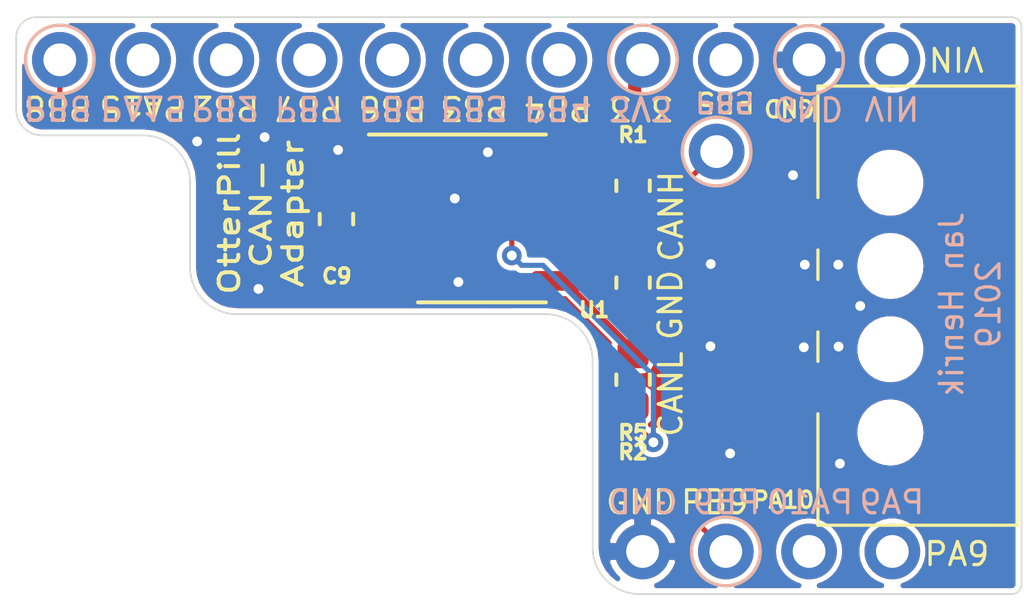
<source format=kicad_pcb>
(kicad_pcb (version 20171130) (host pcbnew 5.0.1)

  (general
    (thickness 1.6)
    (drawings 61)
    (tracks 75)
    (zones 0)
    (modules 10)
    (nets 19)
  )

  (page A4)
  (layers
    (0 F.Cu signal)
    (31 B.Cu signal)
    (32 B.Adhes user)
    (33 F.Adhes user)
    (34 B.Paste user)
    (35 F.Paste user)
    (36 B.SilkS user)
    (37 F.SilkS user)
    (38 B.Mask user)
    (39 F.Mask user)
    (40 Dwgs.User user)
    (41 Cmts.User user)
    (42 Eco1.User user)
    (43 Eco2.User user)
    (44 Edge.Cuts user)
    (45 Margin user)
    (46 B.CrtYd user)
    (47 F.CrtYd user)
    (48 B.Fab user hide)
    (49 F.Fab user hide)
  )

  (setup
    (last_trace_width 0.157)
    (user_trace_width 0.157)
    (user_trace_width 0.2)
    (user_trace_width 0.4)
    (user_trace_width 0.6)
    (user_trace_width 0.8)
    (trace_clearance 0.157)
    (zone_clearance 0.157)
    (zone_45_only no)
    (trace_min 0.157)
    (segment_width 0.1)
    (edge_width 0.05)
    (via_size 0.6)
    (via_drill 0.3)
    (via_min_size 0.4)
    (via_min_drill 0.3)
    (user_via 0.6 0.3)
    (uvia_size 0.3)
    (uvia_drill 0.1)
    (uvias_allowed no)
    (uvia_min_size 0.2)
    (uvia_min_drill 0.1)
    (pcb_text_width 0.3)
    (pcb_text_size 1.5 1.5)
    (mod_edge_width 0.1)
    (mod_text_size 0.45 0.45)
    (mod_text_width 0.1125)
    (pad_size 5 5)
    (pad_drill 0)
    (pad_to_mask_clearance 0)
    (solder_mask_min_width 0.25)
    (aux_axis_origin 0 0)
    (grid_origin 40.2 33.5)
    (visible_elements FFFFFF7F)
    (pcbplotparams
      (layerselection 0x010fc_ffffffff)
      (usegerberextensions true)
      (usegerberattributes false)
      (usegerberadvancedattributes false)
      (creategerberjobfile false)
      (excludeedgelayer false)
      (linewidth 0.100000)
      (plotframeref false)
      (viasonmask false)
      (mode 1)
      (useauxorigin false)
      (hpglpennumber 1)
      (hpglpenspeed 20)
      (hpglpendiameter 15.000000)
      (psnegative false)
      (psa4output false)
      (plotreference true)
      (plotvalue true)
      (plotinvisibletext false)
      (padsonsilk false)
      (subtractmaskfromsilk false)
      (outputformat 1)
      (mirror false)
      (drillshape 0)
      (scaleselection 1)
      (outputdirectory "gerber/"))
  )

  (net 0 "")
  (net 1 GND)
  (net 2 +3V3)
  (net 3 VIN)
  (net 4 315)
  (net 5 314)
  (net 6 413)
  (net 7 411)
  (net 8 410)
  (net 9 49)
  (net 10 48)
  (net 11 47)
  (net 12 46)
  (net 13 "Net-(J7-Pad1)")
  (net 14 CAN_L)
  (net 15 CAN_H)
  (net 16 TXD)
  (net 17 RXD)
  (net 18 "Net-(R5-Pad1)")

  (net_class Default "This is the default net class."
    (clearance 0.157)
    (trace_width 0.157)
    (via_dia 0.6)
    (via_drill 0.3)
    (uvia_dia 0.3)
    (uvia_drill 0.1)
    (add_net +3V3)
    (add_net 314)
    (add_net 315)
    (add_net 410)
    (add_net 411)
    (add_net 413)
    (add_net 46)
    (add_net 47)
    (add_net 48)
    (add_net 49)
    (add_net CAN_H)
    (add_net CAN_L)
    (add_net GND)
    (add_net "Net-(J7-Pad1)")
    (add_net "Net-(R5-Pad1)")
    (add_net RXD)
    (add_net TXD)
    (add_net VIN)
  )

  (net_class signal ""
    (clearance 0.157)
    (trace_width 0.157)
    (via_dia 0.6)
    (via_drill 0.3)
    (uvia_dia 0.3)
    (uvia_drill 0.1)
  )

  (module otter:PinHeader_1x01_P2.54mm_Vertical_NOSILK (layer B.Cu) (tedit 5DB3621C) (tstamp 5DBFCEF4)
    (at 53.9 23.9)
    (descr "Through hole straight pin header, 1x01, 2.54mm pitch, single row")
    (tags "Through hole pin header THT 1x01 2.54mm single row")
    (path /5DB0ECB3)
    (fp_text reference J7 (at 0 2.33) (layer B.SilkS) hide
      (effects (font (size 0.45 0.45) (thickness 0.1125)) (justify mirror))
    )
    (fp_text value PAD (at 0 -2.33) (layer B.Fab)
      (effects (font (size 1 1) (thickness 0.15)) (justify mirror))
    )
    (fp_line (start -0.635 1.27) (end 1.27 1.27) (layer B.Fab) (width 0.1))
    (fp_line (start 1.27 1.27) (end 1.27 -1.27) (layer B.Fab) (width 0.1))
    (fp_line (start 1.27 -1.27) (end -1.27 -1.27) (layer B.Fab) (width 0.1))
    (fp_line (start -1.27 -1.27) (end -1.27 0.635) (layer B.Fab) (width 0.1))
    (fp_line (start -1.27 0.635) (end -0.635 1.27) (layer B.Fab) (width 0.1))
    (fp_line (start -1.8 1.8) (end -1.8 -1.8) (layer B.CrtYd) (width 0.05))
    (fp_line (start -1.8 -1.8) (end 1.8 -1.8) (layer B.CrtYd) (width 0.05))
    (fp_line (start 1.8 -1.8) (end 1.8 1.8) (layer B.CrtYd) (width 0.05))
    (fp_line (start 1.8 1.8) (end -1.8 1.8) (layer B.CrtYd) (width 0.05))
    (fp_text user %R (at 0 0 -90) (layer B.Fab)
      (effects (font (size 1 1) (thickness 0.15)) (justify mirror))
    )
    (pad 1 thru_hole circle (at 0 0) (size 1.7 1.7) (drill 1) (layers *.Cu *.Mask)
      (net 13 "Net-(J7-Pad1)"))
  )

  (module otter:PinHeader_1x04_P2.54mm_Vertical_NOSILK (layer F.Cu) (tedit 5DB22C4F) (tstamp 5DBFCED3)
    (at 59.26 36.1 270)
    (descr "Through hole straight pin header, 1x04, 2.54mm pitch, single row")
    (tags "Through hole pin header THT 1x04 2.54mm single row")
    (path /5DB2AF85)
    (fp_text reference J1 (at 0 -2.33 270) (layer F.SilkS) hide
      (effects (font (size 0.45 0.45) (thickness 0.1125)))
    )
    (fp_text value pinh (at 0 9.95 270) (layer F.Fab)
      (effects (font (size 1 1) (thickness 0.15)))
    )
    (fp_line (start -0.635 -1.27) (end 1.27 -1.27) (layer F.Fab) (width 0.1))
    (fp_line (start 1.27 -1.27) (end 1.27 8.89) (layer F.Fab) (width 0.1))
    (fp_line (start 1.27 8.89) (end -1.27 8.89) (layer F.Fab) (width 0.1))
    (fp_line (start -1.27 8.89) (end -1.27 -0.635) (layer F.Fab) (width 0.1))
    (fp_line (start -1.27 -0.635) (end -0.635 -1.27) (layer F.Fab) (width 0.1))
    (fp_line (start -1.8 -1.8) (end -1.8 9.4) (layer F.CrtYd) (width 0.05))
    (fp_line (start -1.8 9.4) (end 1.8 9.4) (layer F.CrtYd) (width 0.05))
    (fp_line (start 1.8 9.4) (end 1.8 -1.8) (layer F.CrtYd) (width 0.05))
    (fp_line (start 1.8 -1.8) (end -1.8 -1.8) (layer F.CrtYd) (width 0.05))
    (fp_text user %R (at 0 3.81) (layer F.Fab)
      (effects (font (size 1 1) (thickness 0.15)))
    )
    (pad 1 thru_hole circle (at 0 0 270) (size 1.7 1.7) (drill 1) (layers *.Cu *.Mask)
      (net 4 315))
    (pad 2 thru_hole oval (at 0 2.54 270) (size 1.7 1.7) (drill 1) (layers *.Cu *.Mask)
      (net 5 314))
    (pad 3 thru_hole oval (at 0 5.08 270) (size 1.7 1.7) (drill 1) (layers *.Cu *.Mask)
      (net 16 TXD))
    (pad 4 thru_hole oval (at 0 7.62 270) (size 1.7 1.7) (drill 1) (layers *.Cu *.Mask)
      (net 1 GND))
  )

  (module otter:PinHeader_1x11_P2.54mm_Vertical_NOSILK (layer F.Cu) (tedit 5DB22C0D) (tstamp 5DBFCEBB)
    (at 33.86 21.1 90)
    (descr "Through hole straight pin header, 1x11, 2.54mm pitch, single row")
    (tags "Through hole pin header THT 1x11 2.54mm single row")
    (path /5DB2B384)
    (fp_text reference J2 (at 0 -2.33 90) (layer F.SilkS) hide
      (effects (font (size 0.45 0.45) (thickness 0.1125)))
    )
    (fp_text value pinh (at 0 27.73 90) (layer F.Fab)
      (effects (font (size 1 1) (thickness 0.15)))
    )
    (fp_line (start -0.635 -1.27) (end 1.27 -1.27) (layer F.Fab) (width 0.1))
    (fp_line (start 1.27 -1.27) (end 1.27 26.67) (layer F.Fab) (width 0.1))
    (fp_line (start 1.27 26.67) (end -1.27 26.67) (layer F.Fab) (width 0.1))
    (fp_line (start -1.27 26.67) (end -1.27 -0.635) (layer F.Fab) (width 0.1))
    (fp_line (start -1.27 -0.635) (end -0.635 -1.27) (layer F.Fab) (width 0.1))
    (fp_line (start -1.8 -1.8) (end -1.8 27.2) (layer F.CrtYd) (width 0.05))
    (fp_line (start -1.8 27.2) (end 1.8 27.2) (layer F.CrtYd) (width 0.05))
    (fp_line (start 1.8 27.2) (end 1.8 -1.8) (layer F.CrtYd) (width 0.05))
    (fp_line (start 1.8 -1.8) (end -1.8 -1.8) (layer F.CrtYd) (width 0.05))
    (fp_text user %R (at 0 12.7 180) (layer F.Fab)
      (effects (font (size 1 1) (thickness 0.15)))
    )
    (pad 1 thru_hole circle (at 0 0 90) (size 1.7 1.7) (drill 1) (layers *.Cu *.Mask)
      (net 17 RXD))
    (pad 2 thru_hole oval (at 0 2.54 90) (size 1.7 1.7) (drill 1) (layers *.Cu *.Mask)
      (net 12 46))
    (pad 3 thru_hole oval (at 0 5.08 90) (size 1.7 1.7) (drill 1) (layers *.Cu *.Mask)
      (net 11 47))
    (pad 4 thru_hole oval (at 0 7.62 90) (size 1.7 1.7) (drill 1) (layers *.Cu *.Mask)
      (net 10 48))
    (pad 5 thru_hole oval (at 0 10.16 90) (size 1.7 1.7) (drill 1) (layers *.Cu *.Mask)
      (net 9 49))
    (pad 6 thru_hole oval (at 0 12.7 90) (size 1.7 1.7) (drill 1) (layers *.Cu *.Mask)
      (net 8 410))
    (pad 7 thru_hole oval (at 0 15.24 90) (size 1.7 1.7) (drill 1) (layers *.Cu *.Mask)
      (net 7 411))
    (pad 8 thru_hole oval (at 0 17.78 90) (size 1.7 1.7) (drill 1) (layers *.Cu *.Mask)
      (net 2 +3V3))
    (pad 9 thru_hole oval (at 0 20.32 90) (size 1.7 1.7) (drill 1) (layers *.Cu *.Mask)
      (net 6 413))
    (pad 10 thru_hole oval (at 0 22.86 90) (size 1.7 1.7) (drill 1) (layers *.Cu *.Mask)
      (net 1 GND))
    (pad 11 thru_hole oval (at 0 25.4 90) (size 1.7 1.7) (drill 1) (layers *.Cu *.Mask)
      (net 3 VIN))
  )

  (module go-e:JST_XH_3Pin_short_pads (layer F.Cu) (tedit 5DB22FBE) (tstamp 5DE450A0)
    (at 55.49 28.6 90)
    (path /5DB316C5)
    (fp_text reference J3 (at 0 -3.5 90) (layer F.SilkS) hide
      (effects (font (size 0.45 0.45) (thickness 0.1125)))
    )
    (fp_text value CAN (at 0 -4.5 90) (layer F.Fab)
      (effects (font (size 1 1) (thickness 0.15)))
    )
    (fp_line (start 6.7 7.6) (end 6.7 1.5) (layer F.SilkS) (width 0.1))
    (fp_line (start -6.7 1.5) (end -6.7 7.6) (layer F.SilkS) (width 0.1))
    (fp_line (start -6.7 7.6) (end 6.7 7.6) (layer F.SilkS) (width 0.1))
    (fp_line (start -6.7 1.5) (end -3.3 1.5) (layer F.SilkS) (width 0.1))
    (fp_line (start 0.8 1.5) (end 1.7 1.5) (layer F.SilkS) (width 0.1))
    (fp_line (start 3.3 1.5) (end 6.7 1.5) (layer F.SilkS) (width 0.1))
    (fp_line (start -1.7 1.5) (end -0.8 1.5) (layer F.SilkS) (width 0.1))
    (pad 1 smd rect (at -2.5 0 90) (size 1.3 4.5) (layers F.Cu F.Paste F.Mask)
      (net 14 CAN_L))
    (pad 2 smd rect (at 0 0 90) (size 1.3 4.5) (layers F.Cu F.Paste F.Mask)
      (net 1 GND))
    (pad MP smd rect (at -5.7 6.6 90) (size 1.8 1.8) (layers F.Cu F.Paste F.Mask)
      (net 1 GND))
    (pad MP smd rect (at 5.7 6.6 90) (size 1.8 1.8) (layers F.Cu F.Paste F.Mask)
      (net 1 GND))
    (pad 3 smd rect (at 2.5 0 90) (size 1.3 4.5) (layers F.Cu F.Paste F.Mask)
      (net 15 CAN_H))
  )

  (module Capacitor_SMD:C_0603_1608Metric (layer F.Cu) (tedit 5B301BBE) (tstamp 5DB248E2)
    (at 42.3 25.96 90)
    (descr "Capacitor SMD 0603 (1608 Metric), square (rectangular) end terminal, IPC_7351 nominal, (Body size source: http://www.tortai-tech.com/upload/download/2011102023233369053.pdf), generated with kicad-footprint-generator")
    (tags capacitor)
    (path /5CC9BB08)
    (attr smd)
    (fp_text reference C9 (at -1.74 0.01 180) (layer F.SilkS)
      (effects (font (size 0.45 0.45) (thickness 0.1125)))
    )
    (fp_text value "100n 50V" (at 0 1.43 90) (layer F.Fab)
      (effects (font (size 1 1) (thickness 0.15)))
    )
    (fp_text user %R (at 0 0 90) (layer F.Fab)
      (effects (font (size 0.4 0.4) (thickness 0.06)))
    )
    (fp_line (start 1.48 0.73) (end -1.48 0.73) (layer F.CrtYd) (width 0.05))
    (fp_line (start 1.48 -0.73) (end 1.48 0.73) (layer F.CrtYd) (width 0.05))
    (fp_line (start -1.48 -0.73) (end 1.48 -0.73) (layer F.CrtYd) (width 0.05))
    (fp_line (start -1.48 0.73) (end -1.48 -0.73) (layer F.CrtYd) (width 0.05))
    (fp_line (start -0.162779 0.51) (end 0.162779 0.51) (layer F.SilkS) (width 0.12))
    (fp_line (start -0.162779 -0.51) (end 0.162779 -0.51) (layer F.SilkS) (width 0.12))
    (fp_line (start 0.8 0.4) (end -0.8 0.4) (layer F.Fab) (width 0.1))
    (fp_line (start 0.8 -0.4) (end 0.8 0.4) (layer F.Fab) (width 0.1))
    (fp_line (start -0.8 -0.4) (end 0.8 -0.4) (layer F.Fab) (width 0.1))
    (fp_line (start -0.8 0.4) (end -0.8 -0.4) (layer F.Fab) (width 0.1))
    (pad 2 smd roundrect (at 0.787501 0 90) (size 0.875 0.95) (layers F.Cu F.Paste F.Mask) (roundrect_rratio 0.25)
      (net 1 GND))
    (pad 1 smd roundrect (at -0.787501 0 90) (size 0.875 0.95) (layers F.Cu F.Paste F.Mask) (roundrect_rratio 0.25)
      (net 2 +3V3))
    (model ${KISYS3DMOD}/Capacitor_SMD.3dshapes/C_0603_1608Metric.wrl
      (at (xyz 0 0 0))
      (scale (xyz 1 1 1))
      (rotate (xyz 0 0 0))
    )
  )

  (module Resistor_SMD:R_0603_1608Metric (layer F.Cu) (tedit 5B301BBD) (tstamp 5DCAF8CF)
    (at 51.35 30.86 270)
    (descr "Resistor SMD 0603 (1608 Metric), square (rectangular) end terminal, IPC_7351 nominal, (Body size source: http://www.tortai-tech.com/upload/download/2011102023233369053.pdf), generated with kicad-footprint-generator")
    (tags resistor)
    (path /5DB2E287)
    (attr smd)
    (fp_text reference R5 (at 1.62 0) (layer F.SilkS)
      (effects (font (size 0.45 0.45) (thickness 0.1125)))
    )
    (fp_text value DNP (at 0 1.43 270) (layer F.Fab)
      (effects (font (size 1 1) (thickness 0.15)))
    )
    (fp_line (start -0.8 0.4) (end -0.8 -0.4) (layer F.Fab) (width 0.1))
    (fp_line (start -0.8 -0.4) (end 0.8 -0.4) (layer F.Fab) (width 0.1))
    (fp_line (start 0.8 -0.4) (end 0.8 0.4) (layer F.Fab) (width 0.1))
    (fp_line (start 0.8 0.4) (end -0.8 0.4) (layer F.Fab) (width 0.1))
    (fp_line (start -0.162779 -0.51) (end 0.162779 -0.51) (layer F.SilkS) (width 0.12))
    (fp_line (start -0.162779 0.51) (end 0.162779 0.51) (layer F.SilkS) (width 0.12))
    (fp_line (start -1.48 0.73) (end -1.48 -0.73) (layer F.CrtYd) (width 0.05))
    (fp_line (start -1.48 -0.73) (end 1.48 -0.73) (layer F.CrtYd) (width 0.05))
    (fp_line (start 1.48 -0.73) (end 1.48 0.73) (layer F.CrtYd) (width 0.05))
    (fp_line (start 1.48 0.73) (end -1.48 0.73) (layer F.CrtYd) (width 0.05))
    (fp_text user %R (at 0 0 270) (layer F.Fab)
      (effects (font (size 0.4 0.4) (thickness 0.06)))
    )
    (pad 1 smd roundrect (at -0.7875 0 270) (size 0.875 0.95) (layers F.Cu F.Paste F.Mask) (roundrect_rratio 0.25)
      (net 18 "Net-(R5-Pad1)"))
    (pad 2 smd roundrect (at 0.7875 0 270) (size 0.875 0.95) (layers F.Cu F.Paste F.Mask) (roundrect_rratio 0.25)
      (net 2 +3V3))
    (model ${KISYS3DMOD}/Resistor_SMD.3dshapes/R_0603_1608Metric.wrl
      (at (xyz 0 0 0))
      (scale (xyz 1 1 1))
      (rotate (xyz 0 0 0))
    )
  )

  (module otter:PinHeader_1x04_P2.54mm_Vertical_HOLESONLY (layer F.Cu) (tedit 5DB23005) (tstamp 5DCAEC5E)
    (at 59.2 24.85)
    (descr "Through hole straight pin header, 1x04, 2.54mm pitch, single row")
    (tags "Through hole pin header THT 1x04 2.54mm single row")
    (path /5CC91817)
    (fp_text reference J5 (at 5.92 1.17) (layer F.SilkS) hide
      (effects (font (size 0.45 0.45) (thickness 0.1125)))
    )
    (fp_text value SWD (at 0 9.95) (layer F.Fab)
      (effects (font (size 1 1) (thickness 0.15)))
    )
    (fp_text user %R (at 0 3.81 90) (layer F.Fab)
      (effects (font (size 1 1) (thickness 0.15)))
    )
    (pad "" np_thru_hole oval (at 0 7.62) (size 1.7 1.7) (drill 1.7) (layers *.Cu *.Mask))
    (pad "" np_thru_hole circle (at 0 5.08) (size 1.7 1.7) (drill 1.7) (layers *.Cu *.Mask))
    (pad "" np_thru_hole oval (at 0 2.54) (size 1.7 1.7) (drill 1.7) (layers *.Cu *.Mask))
    (pad "" np_thru_hole circle (at 0 0) (size 1.7 1.7) (drill 1.7) (layers *.Cu *.Mask))
  )

  (module Package_SO:SOIC-8_3.9x4.9mm_P1.27mm (layer F.Cu) (tedit 5C97300E) (tstamp 5DBF6279)
    (at 46.74 25.94)
    (descr "SOIC, 8 Pin (JEDEC MS-012AA, https://www.analog.com/media/en/package-pcb-resources/package/pkg_pdf/soic_narrow-r/r_8.pdf), generated with kicad-footprint-generator ipc_gullwing_generator.py")
    (tags "SOIC SO")
    (path /5DB25499)
    (attr smd)
    (fp_text reference U1 (at 3.42 2.79) (layer F.SilkS)
      (effects (font (size 0.45 0.45) (thickness 0.1125)))
    )
    (fp_text value TJA1051T-3 (at 0 3.4) (layer F.Fab)
      (effects (font (size 1 1) (thickness 0.15)))
    )
    (fp_line (start 0 2.56) (end 1.95 2.56) (layer F.SilkS) (width 0.12))
    (fp_line (start 0 2.56) (end -1.95 2.56) (layer F.SilkS) (width 0.12))
    (fp_line (start 0 -2.56) (end 1.95 -2.56) (layer F.SilkS) (width 0.12))
    (fp_line (start 0 -2.56) (end -3.45 -2.56) (layer F.SilkS) (width 0.12))
    (fp_line (start -0.975 -2.45) (end 1.95 -2.45) (layer F.Fab) (width 0.1))
    (fp_line (start 1.95 -2.45) (end 1.95 2.45) (layer F.Fab) (width 0.1))
    (fp_line (start 1.95 2.45) (end -1.95 2.45) (layer F.Fab) (width 0.1))
    (fp_line (start -1.95 2.45) (end -1.95 -1.475) (layer F.Fab) (width 0.1))
    (fp_line (start -1.95 -1.475) (end -0.975 -2.45) (layer F.Fab) (width 0.1))
    (fp_line (start -3.7 -2.7) (end -3.7 2.7) (layer F.CrtYd) (width 0.05))
    (fp_line (start -3.7 2.7) (end 3.7 2.7) (layer F.CrtYd) (width 0.05))
    (fp_line (start 3.7 2.7) (end 3.7 -2.7) (layer F.CrtYd) (width 0.05))
    (fp_line (start 3.7 -2.7) (end -3.7 -2.7) (layer F.CrtYd) (width 0.05))
    (fp_text user %R (at 0 0) (layer F.Fab)
      (effects (font (size 0.98 0.98) (thickness 0.15)))
    )
    (pad 1 smd roundrect (at -2.475 -1.905) (size 1.95 0.6) (layers F.Cu F.Paste F.Mask) (roundrect_rratio 0.25)
      (net 16 TXD))
    (pad 2 smd roundrect (at -2.475 -0.635) (size 1.95 0.6) (layers F.Cu F.Paste F.Mask) (roundrect_rratio 0.25)
      (net 1 GND))
    (pad 3 smd roundrect (at -2.475 0.635) (size 1.95 0.6) (layers F.Cu F.Paste F.Mask) (roundrect_rratio 0.25)
      (net 2 +3V3))
    (pad 4 smd roundrect (at -2.475 1.905) (size 1.95 0.6) (layers F.Cu F.Paste F.Mask) (roundrect_rratio 0.25)
      (net 17 RXD))
    (pad 5 smd roundrect (at 2.475 1.905) (size 1.95 0.6) (layers F.Cu F.Paste F.Mask) (roundrect_rratio 0.25)
      (net 18 "Net-(R5-Pad1)"))
    (pad 6 smd roundrect (at 2.475 0.635) (size 1.95 0.6) (layers F.Cu F.Paste F.Mask) (roundrect_rratio 0.25)
      (net 14 CAN_L))
    (pad 7 smd roundrect (at 2.475 -0.635) (size 1.95 0.6) (layers F.Cu F.Paste F.Mask) (roundrect_rratio 0.25)
      (net 15 CAN_H))
    (pad 8 smd roundrect (at 2.475 -1.905) (size 1.95 0.6) (layers F.Cu F.Paste F.Mask) (roundrect_rratio 0.25)
      (net 13 "Net-(J7-Pad1)"))
    (model ${KISYS3DMOD}/Package_SO.3dshapes/SOIC-8_3.9x4.9mm_P1.27mm.wrl
      (at (xyz 0 0 0))
      (scale (xyz 1 1 1))
      (rotate (xyz 0 0 0))
    )
  )

  (module Resistor_SMD:R_0603_1608Metric (layer F.Cu) (tedit 5B301BBD) (tstamp 5DCAF1BE)
    (at 51.35 27.9 270)
    (descr "Resistor SMD 0603 (1608 Metric), square (rectangular) end terminal, IPC_7351 nominal, (Body size source: http://www.tortai-tech.com/upload/download/2011102023233369053.pdf), generated with kicad-footprint-generator")
    (tags resistor)
    (path /5DB26CC2)
    (attr smd)
    (fp_text reference R2 (at 5.17 0) (layer F.SilkS)
      (effects (font (size 0.45 0.45) (thickness 0.1125)))
    )
    (fp_text value 120 (at 0 1.43 270) (layer F.Fab)
      (effects (font (size 1 1) (thickness 0.15)))
    )
    (fp_text user %R (at 0 0 270) (layer F.Fab)
      (effects (font (size 0.4 0.4) (thickness 0.06)))
    )
    (fp_line (start 1.48 0.73) (end -1.48 0.73) (layer F.CrtYd) (width 0.05))
    (fp_line (start 1.48 -0.73) (end 1.48 0.73) (layer F.CrtYd) (width 0.05))
    (fp_line (start -1.48 -0.73) (end 1.48 -0.73) (layer F.CrtYd) (width 0.05))
    (fp_line (start -1.48 0.73) (end -1.48 -0.73) (layer F.CrtYd) (width 0.05))
    (fp_line (start -0.162779 0.51) (end 0.162779 0.51) (layer F.SilkS) (width 0.12))
    (fp_line (start -0.162779 -0.51) (end 0.162779 -0.51) (layer F.SilkS) (width 0.12))
    (fp_line (start 0.8 0.4) (end -0.8 0.4) (layer F.Fab) (width 0.1))
    (fp_line (start 0.8 -0.4) (end 0.8 0.4) (layer F.Fab) (width 0.1))
    (fp_line (start -0.8 -0.4) (end 0.8 -0.4) (layer F.Fab) (width 0.1))
    (fp_line (start -0.8 0.4) (end -0.8 -0.4) (layer F.Fab) (width 0.1))
    (pad 2 smd roundrect (at 0.7875 0 270) (size 0.875 0.95) (layers F.Cu F.Paste F.Mask) (roundrect_rratio 0.25)
      (net 14 CAN_L))
    (pad 1 smd roundrect (at -0.7875 0 270) (size 0.875 0.95) (layers F.Cu F.Paste F.Mask) (roundrect_rratio 0.25)
      (net 15 CAN_H))
    (model ${KISYS3DMOD}/Resistor_SMD.3dshapes/R_0603_1608Metric.wrl
      (at (xyz 0 0 0))
      (scale (xyz 1 1 1))
      (rotate (xyz 0 0 0))
    )
  )

  (module Resistor_SMD:R_0603_1608Metric (layer F.Cu) (tedit 5B301BBD) (tstamp 5DCAF0F2)
    (at 51.35 24.9425 270)
    (descr "Resistor SMD 0603 (1608 Metric), square (rectangular) end terminal, IPC_7351 nominal, (Body size source: http://www.tortai-tech.com/upload/download/2011102023233369053.pdf), generated with kicad-footprint-generator")
    (tags resistor)
    (path /5DB275AF)
    (attr smd)
    (fp_text reference R1 (at -1.5525 0) (layer F.SilkS)
      (effects (font (size 0.45 0.45) (thickness 0.1125)))
    )
    (fp_text value 3k3 (at 0 1.43 270) (layer F.Fab)
      (effects (font (size 1 1) (thickness 0.15)))
    )
    (fp_line (start -0.8 0.4) (end -0.8 -0.4) (layer F.Fab) (width 0.1))
    (fp_line (start -0.8 -0.4) (end 0.8 -0.4) (layer F.Fab) (width 0.1))
    (fp_line (start 0.8 -0.4) (end 0.8 0.4) (layer F.Fab) (width 0.1))
    (fp_line (start 0.8 0.4) (end -0.8 0.4) (layer F.Fab) (width 0.1))
    (fp_line (start -0.162779 -0.51) (end 0.162779 -0.51) (layer F.SilkS) (width 0.12))
    (fp_line (start -0.162779 0.51) (end 0.162779 0.51) (layer F.SilkS) (width 0.12))
    (fp_line (start -1.48 0.73) (end -1.48 -0.73) (layer F.CrtYd) (width 0.05))
    (fp_line (start -1.48 -0.73) (end 1.48 -0.73) (layer F.CrtYd) (width 0.05))
    (fp_line (start 1.48 -0.73) (end 1.48 0.73) (layer F.CrtYd) (width 0.05))
    (fp_line (start 1.48 0.73) (end -1.48 0.73) (layer F.CrtYd) (width 0.05))
    (fp_text user %R (at 0 0 270) (layer F.Fab)
      (effects (font (size 0.4 0.4) (thickness 0.06)))
    )
    (pad 1 smd roundrect (at -0.7875 0 270) (size 0.875 0.95) (layers F.Cu F.Paste F.Mask) (roundrect_rratio 0.25)
      (net 2 +3V3))
    (pad 2 smd roundrect (at 0.7875 0 270) (size 0.875 0.95) (layers F.Cu F.Paste F.Mask) (roundrect_rratio 0.25)
      (net 13 "Net-(J7-Pad1)"))
    (model ${KISYS3DMOD}/Resistor_SMD.3dshapes/R_0603_1608Metric.wrl
      (at (xyz 0 0 0))
      (scale (xyz 1 1 1))
      (rotate (xyz 0 0 0))
    )
  )

  (gr_arc (start 62.9 37.1) (end 62.9 37.4) (angle -90) (layer Edge.Cuts) (width 0.05) (tstamp 5DB5DDA5))
  (gr_circle (center 54.18 36.1) (end 55.22561 36.1) (layer B.SilkS) (width 0.1) (tstamp 5DB3A6A7))
  (gr_circle (center 33.86 21.09) (end 34.90561 21.09) (layer B.SilkS) (width 0.1) (tstamp 5DB3A6A7))
  (gr_circle (center 51.65 21.09) (end 52.69561 21.09) (layer B.SilkS) (width 0.1) (tstamp 5DB3A6A7))
  (gr_circle (center 56.72 21.1) (end 57.76561 21.1) (layer B.SilkS) (width 0.1) (tstamp 5DB3A6A7))
  (gr_circle (center 53.9 23.9) (end 54.94561 23.9) (layer B.SilkS) (width 0.1) (tstamp 5DB3A6A7))
  (gr_arc (start 62.9 20.1) (end 63.2 20.1) (angle -90) (layer Edge.Cuts) (width 0.05) (tstamp 5DB3A4F5))
  (gr_arc (start 33.14 20.41) (end 33.14 19.8) (angle -90) (layer Edge.Cuts) (width 0.05))
  (gr_circle (center 56.72 21.1) (end 57.76561 21.1) (layer F.SilkS) (width 0.1) (tstamp 5DB3A2D8))
  (gr_circle (center 54.18 36.1) (end 55.22561 36.1) (layer F.SilkS) (width 0.1) (tstamp 5DB3A2D8))
  (gr_circle (center 33.86 21.09) (end 34.90561 21.09) (layer F.SilkS) (width 0.1) (tstamp 5DB3A2D8))
  (gr_circle (center 51.65 21.09) (end 52.69561 21.09) (layer F.SilkS) (width 0.1) (tstamp 5DB3A2D8))
  (gr_circle (center 53.9 23.9) (end 54.94561 23.9) (layer F.SilkS) (width 0.1))
  (gr_line (start 33.32 23.405246) (end 36.404426 23.405246) (layer Edge.Cuts) (width 0.05) (tstamp 5DB38E24))
  (gr_arc (start 33.32 22.615246) (end 33.32 23.405246) (angle 90) (layer Edge.Cuts) (width 0.05) (tstamp 5DB38E2A))
  (gr_arc (start 36.404426 24.835279) (end 36.404426 23.405246) (angle 90) (layer Edge.Cuts) (width 0.05) (tstamp 5DB38E27))
  (gr_line (start 37.834459 27.43) (end 37.834459 24.835279) (layer Edge.Cuts) (width 0.05))
  (gr_text GND (at 52.49 28.58 90) (layer F.SilkS)
    (effects (font (size 0.7 0.7) (thickness 0.1)))
  )
  (gr_text CANL (at 52.5 31.3 90) (layer F.SilkS) (tstamp 5DBFEF64)
    (effects (font (size 0.7 0.7) (thickness 0.1)))
  )
  (gr_text CANH (at 52.51 25.88 90) (layer F.SilkS)
    (effects (font (size 0.7 0.7) (thickness 0.1)))
  )
  (gr_arc (start 51.545608 35.969966) (end 51.545608 37.4) (angle 90) (layer Edge.Cuts) (width 0.05) (tstamp 5DB2496A))
  (gr_arc (start 39.264493 27.43) (end 39.264493 28.860034) (angle 90) (layer Edge.Cuts) (width 0.05) (tstamp 5DB2496A))
  (gr_line (start 48.69 28.86) (end 39.26 28.86) (layer Edge.Cuts) (width 0.05))
  (gr_arc (start 48.68554 30.290034) (end 48.68554 28.86) (angle 90) (layer Edge.Cuts) (width 0.05))
  (gr_line (start 50.115574 35.964754) (end 50.115574 30.294754) (layer Edge.Cuts) (width 0.05))
  (gr_text "OtterPill\nCAN-\nAdapter" (at 40 25.79 90) (layer F.SilkS)
    (effects (font (size 0.6 0.8) (thickness 0.12)))
  )
  (gr_text "Jan Henrik\n2019" (at 61.63 28.56 90) (layer B.SilkS)
    (effects (font (size 0.7 0.7) (thickness 0.1)) (justify mirror))
  )
  (gr_text GND (at 51.645 34.6) (layer B.SilkS) (tstamp 5CCA2DB8)
    (effects (font (size 0.7 0.7) (thickness 0.1)) (justify mirror))
  )
  (gr_text PB9 (at 54.195 34.6) (layer B.SilkS) (tstamp 5CCA2DB6)
    (effects (font (size 0.7 0.7) (thickness 0.1)) (justify mirror))
  )
  (gr_text PA10 (at 56.745 34.6) (layer B.SilkS) (tstamp 5CCA2DB3)
    (effects (font (size 0.7 0.7) (thickness 0.1)) (justify mirror))
  )
  (gr_text PA9 (at 59.245 34.6) (layer B.SilkS) (tstamp 5CCA2DAE)
    (effects (font (size 0.7 0.7) (thickness 0.1)) (justify mirror))
  )
  (gr_text PB7 (at 41.455 22.57 180) (layer B.SilkS) (tstamp 5CCA2B86)
    (effects (font (size 0.7 0.7) (thickness 0.1)) (justify mirror))
  )
  (gr_text GND (at 56.695 22.58 180) (layer B.SilkS) (tstamp 5CCA2B85)
    (effects (font (size 0.7 0.7) (thickness 0.1)) (justify mirror))
  )
  (gr_text PB3 (at 46.5 22.56 180) (layer B.SilkS) (tstamp 5CCA2B82)
    (effects (font (size 0.7 0.7) (thickness 0.1)) (justify mirror))
  )
  (gr_text 3V3 (at 51.58 22.57 180) (layer B.SilkS) (tstamp 5CCA2B81)
    (effects (font (size 0.7 0.7) (thickness 0.1)) (justify mirror))
  )
  (gr_text PB5 (at 54.14 22.38 180) (layer B.SilkS) (tstamp 5CCA2B80)
    (effects (font (size 0.6 0.6) (thickness 0.1)) (justify mirror))
  )
  (gr_text PB4 (at 49.055 22.57 180) (layer B.SilkS) (tstamp 5CCA2B7F)
    (effects (font (size 0.7 0.7) (thickness 0.1)) (justify mirror))
  )
  (gr_text PA15 (at 36.41 22.56 180) (layer B.SilkS) (tstamp 5CCA2B7E)
    (effects (font (size 0.7 0.7) (thickness 0.1)) (justify mirror))
  )
  (gr_text PB2 (at 38.905 22.57 180) (layer B.SilkS) (tstamp 5CCA2B7D)
    (effects (font (size 0.7 0.7) (thickness 0.1)) (justify mirror))
  )
  (gr_text VIN (at 59.245 22.57 180) (layer B.SilkS) (tstamp 5CCA2B7C)
    (effects (font (size 0.7 0.7) (thickness 0.1)) (justify mirror))
  )
  (gr_text PB8 (at 33.8 22.56 180) (layer B.SilkS) (tstamp 5CCA2B7B)
    (effects (font (size 0.7 0.7) (thickness 0.1)) (justify mirror))
  )
  (gr_text PB6 (at 44.01 22.57 180) (layer B.SilkS) (tstamp 5CCA2B7A)
    (effects (font (size 0.7 0.7) (thickness 0.1)) (justify mirror))
  )
  (gr_text GND (at 51.595 34.6) (layer F.SilkS) (tstamp 5CCA1553)
    (effects (font (size 0.7 0.7) (thickness 0.1)))
  )
  (gr_text PB9 (at 53.85 34.6) (layer F.SilkS) (tstamp 5CCA1553)
    (effects (font (size 0.7 0.7) (thickness 0.1)))
  )
  (gr_text PA10 (at 55.93 34.53) (layer F.SilkS) (tstamp 5CCA1553)
    (effects (font (size 0.5 0.5) (thickness 0.1)))
  )
  (gr_text PA9 (at 61.23 36.18) (layer F.SilkS) (tstamp 5CCA25D3)
    (effects (font (size 0.7 0.7) (thickness 0.1)))
  )
  (gr_text VIN (at 61.21 21.07 180) (layer F.SilkS) (tstamp 5CCA12FC)
    (effects (font (size 0.7 0.7) (thickness 0.1)))
  )
  (gr_text GND (at 56.12 22.57 180) (layer F.SilkS) (tstamp 5CCA12FC)
    (effects (font (size 0.5 0.5) (thickness 0.1)))
  )
  (gr_text PB5 (at 54.17 22.39 180) (layer F.SilkS) (tstamp 5CCA12FC)
    (effects (font (size 0.6 0.6) (thickness 0.1)))
  )
  (gr_text 3V3 (at 51.595 22.58 180) (layer F.SilkS) (tstamp 5CCA12FC)
    (effects (font (size 0.7 0.7) (thickness 0.1)))
  )
  (gr_text PB4 (at 49.055 22.57 180) (layer F.SilkS) (tstamp 5CCA12FC)
    (effects (font (size 0.7 0.7) (thickness 0.1)))
  )
  (gr_text PB3 (at 46.505 22.57 180) (layer F.SilkS) (tstamp 5CCA12FC)
    (effects (font (size 0.7 0.7) (thickness 0.1)))
  )
  (gr_text PB6 (at 44.01 22.57 180) (layer F.SilkS) (tstamp 5CCA12FC)
    (effects (font (size 0.7 0.7) (thickness 0.1)))
  )
  (gr_text PB7 (at 41.455 22.57 180) (layer F.SilkS) (tstamp 5CCA12FC)
    (effects (font (size 0.7 0.7) (thickness 0.1)))
  )
  (gr_text PB2 (at 38.905 22.56 180) (layer F.SilkS) (tstamp 5CCA12FC)
    (effects (font (size 0.7 0.7) (thickness 0.1)))
  )
  (gr_text PA15 (at 36.39 22.56 180) (layer F.SilkS) (tstamp 5CCA12FC)
    (effects (font (size 0.7 0.7) (thickness 0.1)))
  )
  (gr_text PB8 (at 33.8 22.56 180) (layer F.SilkS) (tstamp 5CCA12FC)
    (effects (font (size 0.7 0.7) (thickness 0.1)))
  )
  (gr_line (start 32.53 20.41) (end 32.53 22.615246) (layer Edge.Cuts) (width 0.05) (tstamp 5CC732C7))
  (gr_line (start 62.9 19.8) (end 33.14 19.8) (layer Edge.Cuts) (width 0.05))
  (gr_line (start 63.2 20.11) (end 63.2 37.1) (layer Edge.Cuts) (width 0.05))
  (gr_line (start 51.54 37.4) (end 62.9 37.4) (layer Edge.Cuts) (width 0.05))

  (via (at 57.61 27.35) (size 0.6) (drill 0.3) (layers F.Cu B.Cu) (net 1))
  (via (at 57.62 29.85) (size 0.6) (drill 0.3) (layers F.Cu B.Cu) (net 1))
  (via (at 56.59 27.35) (size 0.6) (drill 0.3) (layers F.Cu B.Cu) (net 1))
  (via (at 56.56 29.87) (size 0.6) (drill 0.3) (layers F.Cu B.Cu) (net 1))
  (via (at 58.28 28.61) (size 0.6) (drill 0.3) (layers F.Cu B.Cu) (net 1))
  (via (at 45.91 25.33) (size 0.6) (drill 0.3) (layers F.Cu B.Cu) (net 1))
  (via (at 46.02 27.88) (size 0.6) (drill 0.3) (layers F.Cu B.Cu) (net 1))
  (via (at 42.35 23.85) (size 0.6) (drill 0.3) (layers F.Cu B.Cu) (net 1))
  (via (at 46.92 23.92) (size 0.6) (drill 0.3) (layers F.Cu B.Cu) (net 1))
  (via (at 56.23 24.62) (size 0.6) (drill 0.3) (layers F.Cu B.Cu) (net 1))
  (via (at 53.72 27.33) (size 0.6) (drill 0.3) (layers F.Cu B.Cu) (net 1))
  (via (at 53.71 29.84) (size 0.6) (drill 0.3) (layers F.Cu B.Cu) (net 1))
  (via (at 40.11 23.46) (size 0.6) (drill 0.3) (layers F.Cu B.Cu) (net 1))
  (via (at 38.05 23.59) (size 0.6) (drill 0.3) (layers F.Cu B.Cu) (net 1))
  (via (at 39.92 28.09) (size 0.6) (drill 0.3) (layers F.Cu B.Cu) (net 1))
  (via (at 54.31 33.11) (size 0.6) (drill 0.3) (layers F.Cu B.Cu) (net 1))
  (via (at 57.66 33.42) (size 0.6) (drill 0.3) (layers F.Cu B.Cu) (net 1))
  (segment (start 42.472501 26.575) (end 42.3 26.747501) (width 0.4) (layer F.Cu) (net 2))
  (segment (start 44.265 26.575) (end 42.472501 26.575) (width 0.4) (layer F.Cu) (net 2))
  (segment (start 51.64 21.1) (end 51.4 21.34) (width 0.4) (layer F.Cu) (net 2))
  (segment (start 51.4 24.105) (end 51.35 24.155) (width 0.4) (layer F.Cu) (net 2))
  (segment (start 51.4 21.34) (end 51.4 22.96) (width 0.4) (layer F.Cu) (net 2))
  (segment (start 51.4 22.96) (end 51.4 24.105) (width 0.4) (layer F.Cu) (net 2))
  (segment (start 42.14 22.96) (end 41.17 23.93) (width 0.4) (layer F.Cu) (net 2))
  (segment (start 41.17 25.617501) (end 42.3 26.747501) (width 0.4) (layer F.Cu) (net 2))
  (segment (start 41.17 23.93) (end 41.17 25.617501) (width 0.4) (layer F.Cu) (net 2))
  (via (at 51.97 32.77) (size 0.6) (drill 0.3) (layers F.Cu B.Cu) (net 2))
  (segment (start 51.35 31.6475) (end 51.35 32.15) (width 0.157) (layer F.Cu) (net 2))
  (segment (start 51.35 32.15) (end 51.97 32.77) (width 0.157) (layer F.Cu) (net 2))
  (via (at 47.65 27.07) (size 0.6) (drill 0.3) (layers F.Cu B.Cu) (net 2))
  (segment (start 47.65 22.96) (end 47.65 27.07) (width 0.157) (layer F.Cu) (net 2))
  (segment (start 51.4 22.96) (end 47.65 22.96) (width 0.4) (layer F.Cu) (net 2))
  (segment (start 47.65 22.96) (end 42.14 22.96) (width 0.4) (layer F.Cu) (net 2))
  (segment (start 47.949999 27.369999) (end 48.599999 27.369999) (width 0.157) (layer B.Cu) (net 2))
  (segment (start 47.65 27.07) (end 47.949999 27.369999) (width 0.157) (layer B.Cu) (net 2))
  (segment (start 51.97 30.74) (end 51.97 32.77) (width 0.157) (layer B.Cu) (net 2))
  (segment (start 48.599999 27.369999) (end 51.97 30.74) (width 0.157) (layer B.Cu) (net 2))
  (segment (start 50.54 24.62) (end 50.54 25.13) (width 0.157) (layer F.Cu) (net 13))
  (segment (start 50.54 25.13) (end 51.35 25.94) (width 0.157) (layer F.Cu) (net 13))
  (segment (start 49.215 24.035) (end 49.955 24.035) (width 0.157) (layer F.Cu) (net 13))
  (segment (start 49.955 24.035) (end 50.54 24.62) (width 0.157) (layer F.Cu) (net 13))
  (segment (start 51.86 25.94) (end 51.35 25.94) (width 0.157) (layer F.Cu) (net 13))
  (segment (start 53.9 23.9) (end 51.86 25.94) (width 0.157) (layer F.Cu) (net 13))
  (segment (start 51.7375 28.8975) (end 53.94 31.1) (width 0.157) (layer F.Cu) (net 14))
  (segment (start 53.94 31.1) (end 55.49 31.1) (width 0.157) (layer F.Cu) (net 14))
  (segment (start 49.915 26.575) (end 50.54 27.2) (width 0.157) (layer F.Cu) (net 14))
  (segment (start 50.54 27.91) (end 51.5275 28.8975) (width 0.157) (layer F.Cu) (net 14))
  (segment (start 49.215 26.575) (end 49.915 26.575) (width 0.157) (layer F.Cu) (net 14))
  (segment (start 50.54 27.2) (end 50.54 27.91) (width 0.157) (layer F.Cu) (net 14))
  (segment (start 51.5275 28.8975) (end 51.7375 28.8975) (width 0.157) (layer F.Cu) (net 14))
  (segment (start 53.87 26.1) (end 55.49 26.1) (width 0.157) (layer F.Cu) (net 15))
  (segment (start 52.85 27.12) (end 53.87 26.1) (width 0.157) (layer F.Cu) (net 15))
  (segment (start 49.895 25.305) (end 50.53 25.94) (width 0.157) (layer F.Cu) (net 15))
  (segment (start 50.53 25.94) (end 50.53 26.27) (width 0.157) (layer F.Cu) (net 15))
  (segment (start 51.38 27.12) (end 52.85 27.12) (width 0.157) (layer F.Cu) (net 15))
  (segment (start 49.215 25.305) (end 49.895 25.305) (width 0.157) (layer F.Cu) (net 15))
  (segment (start 50.53 26.27) (end 51.38 27.12) (width 0.157) (layer F.Cu) (net 15))
  (segment (start 46.93 27.43) (end 46.93 24.89) (width 0.157) (layer F.Cu) (net 16))
  (segment (start 46.075 24.035) (end 44.265 24.035) (width 0.157) (layer F.Cu) (net 16))
  (segment (start 50.62 32.54) (end 50.62 29.74) (width 0.157) (layer F.Cu) (net 16))
  (segment (start 50.62 29.74) (end 49.27 28.39) (width 0.157) (layer F.Cu) (net 16))
  (segment (start 49.27 28.39) (end 47.89 28.39) (width 0.157) (layer F.Cu) (net 16))
  (segment (start 47.89 28.39) (end 46.93 27.43) (width 0.157) (layer F.Cu) (net 16))
  (segment (start 46.93 24.89) (end 46.075 24.035) (width 0.157) (layer F.Cu) (net 16))
  (segment (start 54.18 36.1) (end 50.62 32.54) (width 0.157) (layer F.Cu) (net 16))
  (segment (start 33.86 22.302081) (end 34.317919 22.76) (width 0.157) (layer F.Cu) (net 17))
  (segment (start 33.86 21.1) (end 33.86 22.302081) (width 0.157) (layer F.Cu) (net 17))
  (segment (start 34.317919 22.76) (end 38.19 22.76) (width 0.157) (layer F.Cu) (net 17))
  (segment (start 38.19 22.76) (end 40.04 24.61) (width 0.157) (layer F.Cu) (net 17))
  (segment (start 40.04 24.61) (end 40.04 27.22) (width 0.157) (layer F.Cu) (net 17))
  (segment (start 40.665 27.845) (end 44.265 27.845) (width 0.157) (layer F.Cu) (net 17))
  (segment (start 40.04 27.22) (end 40.665 27.845) (width 0.157) (layer F.Cu) (net 17))
  (segment (start 51.35 29.92) (end 51.35 30.2825) (width 0.157) (layer F.Cu) (net 18))
  (segment (start 49.215 27.845) (end 49.275 27.845) (width 0.157) (layer F.Cu) (net 18))
  (segment (start 49.275 27.845) (end 51.35 29.92) (width 0.157) (layer F.Cu) (net 18))

  (zone (net 1) (net_name GND) (layer F.Cu) (tstamp 5DBFCC4B) (hatch edge 0.508)
    (connect_pads (clearance 0.157))
    (min_thickness 0.157)
    (fill yes (arc_segments 32) (thermal_gap 0.2) (thermal_bridge_width 0.508) (smoothing fillet))
    (polygon
      (pts
        (xy 32.2 37.6) (xy 63.3 37.6) (xy 63.3 19.7) (xy 32.2 19.7)
      )
    )
    (filled_polygon
      (pts
        (xy 50.396894 32.763106) (xy 50.408882 32.772944) (xy 53.223219 35.587282) (xy 53.172277 35.682587) (xy 53.110206 35.887205)
        (xy 53.089248 36.1) (xy 53.110206 36.312795) (xy 53.172277 36.517413) (xy 53.273073 36.705989) (xy 53.408722 36.871278)
        (xy 53.574011 37.006927) (xy 53.762587 37.107723) (xy 53.86734 37.1395) (xy 52.070042 37.1395) (xy 52.153269 37.105031)
        (xy 52.339479 36.985586) (xy 52.498808 36.832108) (xy 52.625133 36.650496) (xy 52.7136 36.447729) (xy 52.685154 36.2755)
        (xy 51.8155 36.2755) (xy 51.8155 36.2955) (xy 51.4645 36.2955) (xy 51.4645 36.2755) (xy 50.594846 36.2755)
        (xy 50.5664 36.447729) (xy 50.654867 36.650496) (xy 50.781192 36.832108) (xy 50.881349 36.928587) (xy 50.722392 36.798944)
        (xy 50.577054 36.62326) (xy 50.46861 36.422696) (xy 50.401185 36.204882) (xy 50.376074 35.965964) (xy 50.376074 35.752271)
        (xy 50.5664 35.752271) (xy 50.594846 35.9245) (xy 51.4645 35.9245) (xy 51.4645 35.05577) (xy 51.8155 35.05577)
        (xy 51.8155 35.9245) (xy 52.685154 35.9245) (xy 52.7136 35.752271) (xy 52.625133 35.549504) (xy 52.498808 35.367892)
        (xy 52.339479 35.214414) (xy 52.153269 35.094969) (xy 51.987728 35.026409) (xy 51.8155 35.05577) (xy 51.4645 35.05577)
        (xy 51.292272 35.026409) (xy 51.126731 35.094969) (xy 50.940521 35.214414) (xy 50.781192 35.367892) (xy 50.654867 35.549504)
        (xy 50.5664 35.752271) (xy 50.376074 35.752271) (xy 50.376074 32.737736)
      )
    )
    (filled_polygon
      (pts
        (xy 53.762587 20.092277) (xy 53.574011 20.193073) (xy 53.408722 20.328722) (xy 53.273073 20.494011) (xy 53.172277 20.682587)
        (xy 53.110206 20.887205) (xy 53.089248 21.1) (xy 53.110206 21.312795) (xy 53.172277 21.517413) (xy 53.273073 21.705989)
        (xy 53.408722 21.871278) (xy 53.574011 22.006927) (xy 53.762587 22.107723) (xy 53.967205 22.169794) (xy 54.126674 22.1855)
        (xy 54.233326 22.1855) (xy 54.392795 22.169794) (xy 54.597413 22.107723) (xy 54.785989 22.006927) (xy 54.951278 21.871278)
        (xy 55.086927 21.705989) (xy 55.187723 21.517413) (xy 55.208861 21.447729) (xy 55.6464 21.447729) (xy 55.734867 21.650496)
        (xy 55.861192 21.832108) (xy 56.020521 21.985586) (xy 56.206731 22.105031) (xy 56.372272 22.173591) (xy 56.5445 22.14423)
        (xy 56.5445 21.2755) (xy 56.8955 21.2755) (xy 56.8955 22.14423) (xy 57.067728 22.173591) (xy 57.233269 22.105031)
        (xy 57.419479 21.985586) (xy 57.578808 21.832108) (xy 57.705133 21.650496) (xy 57.7936 21.447729) (xy 57.765154 21.2755)
        (xy 56.8955 21.2755) (xy 56.5445 21.2755) (xy 55.674846 21.2755) (xy 55.6464 21.447729) (xy 55.208861 21.447729)
        (xy 55.249794 21.312795) (xy 55.270752 21.1) (xy 55.249794 20.887205) (xy 55.187723 20.682587) (xy 55.086927 20.494011)
        (xy 54.951278 20.328722) (xy 54.785989 20.193073) (xy 54.597413 20.092277) (xy 54.49266 20.0605) (xy 56.289958 20.0605)
        (xy 56.206731 20.094969) (xy 56.020521 20.214414) (xy 55.861192 20.367892) (xy 55.734867 20.549504) (xy 55.6464 20.752271)
        (xy 55.674846 20.9245) (xy 56.5445 20.9245) (xy 56.5445 20.9045) (xy 56.8955 20.9045) (xy 56.8955 20.9245)
        (xy 57.765154 20.9245) (xy 57.7936 20.752271) (xy 57.705133 20.549504) (xy 57.578808 20.367892) (xy 57.419479 20.214414)
        (xy 57.233269 20.094969) (xy 57.150042 20.0605) (xy 58.94734 20.0605) (xy 58.842587 20.092277) (xy 58.654011 20.193073)
        (xy 58.488722 20.328722) (xy 58.353073 20.494011) (xy 58.252277 20.682587) (xy 58.190206 20.887205) (xy 58.169248 21.1)
        (xy 58.190206 21.312795) (xy 58.252277 21.517413) (xy 58.353073 21.705989) (xy 58.488722 21.871278) (xy 58.654011 22.006927)
        (xy 58.842587 22.107723) (xy 59.047205 22.169794) (xy 59.206674 22.1855) (xy 59.313326 22.1855) (xy 59.472795 22.169794)
        (xy 59.677413 22.107723) (xy 59.865989 22.006927) (xy 59.907853 21.97257) (xy 60.9115 21.97257) (xy 60.9115 22.654875)
        (xy 60.981125 22.7245) (xy 61.9145 22.7245) (xy 61.9145 21.791125) (xy 61.844875 21.7215) (xy 61.16257 21.7215)
        (xy 61.108765 21.732203) (xy 61.058081 21.753196) (xy 61.012467 21.783675) (xy 60.973675 21.822466) (xy 60.943197 21.868081)
        (xy 60.922203 21.918764) (xy 60.9115 21.97257) (xy 59.907853 21.97257) (xy 60.031278 21.871278) (xy 60.166927 21.705989)
        (xy 60.267723 21.517413) (xy 60.329794 21.312795) (xy 60.350752 21.1) (xy 60.329794 20.887205) (xy 60.267723 20.682587)
        (xy 60.166927 20.494011) (xy 60.031278 20.328722) (xy 59.865989 20.193073) (xy 59.677413 20.092277) (xy 59.57266 20.0605)
        (xy 62.88726 20.0605) (xy 62.907432 20.062478) (xy 62.914573 20.064634) (xy 62.921165 20.068139) (xy 62.926955 20.072861)
        (xy 62.93171 20.078608) (xy 62.935262 20.085179) (xy 62.93747 20.092311) (xy 62.9395 20.111624) (xy 62.9395 21.7215)
        (xy 62.335125 21.7215) (xy 62.2655 21.791125) (xy 62.2655 22.7245) (xy 62.2855 22.7245) (xy 62.2855 23.0755)
        (xy 62.2655 23.0755) (xy 62.2655 24.008875) (xy 62.335125 24.0785) (xy 62.9395 24.0785) (xy 62.939501 33.1215)
        (xy 62.335125 33.1215) (xy 62.2655 33.191125) (xy 62.2655 34.1245) (xy 62.2855 34.1245) (xy 62.2855 34.4755)
        (xy 62.2655 34.4755) (xy 62.2655 35.408875) (xy 62.335125 35.4785) (xy 62.939501 35.4785) (xy 62.939501 37.08725)
        (xy 62.937522 37.107432) (xy 62.935366 37.114575) (xy 62.931862 37.121163) (xy 62.92714 37.126954) (xy 62.921389 37.131711)
        (xy 62.914821 37.135263) (xy 62.90769 37.13747) (xy 62.888376 37.1395) (xy 59.586974 37.1395) (xy 59.774177 37.061957)
        (xy 59.951966 36.943163) (xy 60.103163 36.791966) (xy 60.221957 36.614177) (xy 60.303785 36.416629) (xy 60.3455 36.206912)
        (xy 60.3455 35.993088) (xy 60.303785 35.783371) (xy 60.221957 35.585823) (xy 60.103163 35.408034) (xy 59.951966 35.256837)
        (xy 59.774177 35.138043) (xy 59.576629 35.056215) (xy 59.366912 35.0145) (xy 59.153088 35.0145) (xy 58.943371 35.056215)
        (xy 58.745823 35.138043) (xy 58.568034 35.256837) (xy 58.416837 35.408034) (xy 58.298043 35.585823) (xy 58.216215 35.783371)
        (xy 58.1745 35.993088) (xy 58.1745 36.206912) (xy 58.216215 36.416629) (xy 58.298043 36.614177) (xy 58.416837 36.791966)
        (xy 58.568034 36.943163) (xy 58.745823 37.061957) (xy 58.933026 37.1395) (xy 57.03266 37.1395) (xy 57.137413 37.107723)
        (xy 57.325989 37.006927) (xy 57.491278 36.871278) (xy 57.626927 36.705989) (xy 57.727723 36.517413) (xy 57.789794 36.312795)
        (xy 57.810752 36.1) (xy 57.789794 35.887205) (xy 57.727723 35.682587) (xy 57.626927 35.494011) (xy 57.491278 35.328722)
        (xy 57.325989 35.193073) (xy 57.137413 35.092277) (xy 56.932795 35.030206) (xy 56.773326 35.0145) (xy 56.666674 35.0145)
        (xy 56.507205 35.030206) (xy 56.302587 35.092277) (xy 56.114011 35.193073) (xy 55.948722 35.328722) (xy 55.813073 35.494011)
        (xy 55.712277 35.682587) (xy 55.650206 35.887205) (xy 55.629248 36.1) (xy 55.650206 36.312795) (xy 55.712277 36.517413)
        (xy 55.813073 36.705989) (xy 55.948722 36.871278) (xy 56.114011 37.006927) (xy 56.302587 37.107723) (xy 56.40734 37.1395)
        (xy 54.49266 37.1395) (xy 54.597413 37.107723) (xy 54.785989 37.006927) (xy 54.951278 36.871278) (xy 55.086927 36.705989)
        (xy 55.187723 36.517413) (xy 55.249794 36.312795) (xy 55.270752 36.1) (xy 55.249794 35.887205) (xy 55.187723 35.682587)
        (xy 55.086927 35.494011) (xy 54.951278 35.328722) (xy 54.785989 35.193073) (xy 54.597413 35.092277) (xy 54.392795 35.030206)
        (xy 54.233326 35.0145) (xy 54.126674 35.0145) (xy 53.967205 35.030206) (xy 53.762587 35.092277) (xy 53.667282 35.143219)
        (xy 53.069188 34.545125) (xy 60.9115 34.545125) (xy 60.9115 35.22743) (xy 60.922203 35.281236) (xy 60.943197 35.331919)
        (xy 60.973675 35.377534) (xy 61.012467 35.416325) (xy 61.058081 35.446804) (xy 61.108765 35.467797) (xy 61.16257 35.4785)
        (xy 61.844875 35.4785) (xy 61.9145 35.408875) (xy 61.9145 34.4755) (xy 60.981125 34.4755) (xy 60.9115 34.545125)
        (xy 53.069188 34.545125) (xy 51.805577 33.281515) (xy 51.8138 33.284921) (xy 51.917258 33.3055) (xy 52.022742 33.3055)
        (xy 52.1262 33.284921) (xy 52.223654 33.244554) (xy 52.311361 33.18595) (xy 52.38595 33.111361) (xy 52.444554 33.023654)
        (xy 52.484921 32.9262) (xy 52.5055 32.822742) (xy 52.5055 32.717258) (xy 52.484921 32.6138) (xy 52.444554 32.516346)
        (xy 52.413587 32.47) (xy 58.109248 32.47) (xy 58.130206 32.682795) (xy 58.192277 32.887413) (xy 58.293073 33.075989)
        (xy 58.428722 33.241278) (xy 58.594011 33.376927) (xy 58.782587 33.477723) (xy 58.987205 33.539794) (xy 59.146674 33.5555)
        (xy 59.253326 33.5555) (xy 59.412795 33.539794) (xy 59.617413 33.477723) (xy 59.805989 33.376927) (xy 59.811298 33.37257)
        (xy 60.9115 33.37257) (xy 60.9115 34.054875) (xy 60.981125 34.1245) (xy 61.9145 34.1245) (xy 61.9145 33.191125)
        (xy 61.844875 33.1215) (xy 61.16257 33.1215) (xy 61.108765 33.132203) (xy 61.058081 33.153196) (xy 61.012467 33.183675)
        (xy 60.973675 33.222466) (xy 60.943197 33.268081) (xy 60.922203 33.318764) (xy 60.9115 33.37257) (xy 59.811298 33.37257)
        (xy 59.971278 33.241278) (xy 60.106927 33.075989) (xy 60.207723 32.887413) (xy 60.269794 32.682795) (xy 60.290752 32.47)
        (xy 60.269794 32.257205) (xy 60.207723 32.052587) (xy 60.106927 31.864011) (xy 59.971278 31.698722) (xy 59.805989 31.563073)
        (xy 59.617413 31.462277) (xy 59.412795 31.400206) (xy 59.253326 31.3845) (xy 59.146674 31.3845) (xy 58.987205 31.400206)
        (xy 58.782587 31.462277) (xy 58.594011 31.563073) (xy 58.428722 31.698722) (xy 58.293073 31.864011) (xy 58.192277 32.052587)
        (xy 58.130206 32.257205) (xy 58.109248 32.47) (xy 52.413587 32.47) (xy 52.38595 32.428639) (xy 52.311361 32.35405)
        (xy 52.223654 32.295446) (xy 52.1262 32.255079) (xy 52.022742 32.2345) (xy 51.917258 32.2345) (xy 51.884982 32.24092)
        (xy 51.875566 32.231503) (xy 51.928259 32.188259) (xy 51.984892 32.119251) (xy 52.026975 32.04052) (xy 52.052889 31.955092)
        (xy 52.061639 31.86625) (xy 52.061639 31.42875) (xy 52.052889 31.339908) (xy 52.026975 31.25448) (xy 51.984892 31.175749)
        (xy 51.928259 31.106741) (xy 51.859251 31.050108) (xy 51.78052 31.008025) (xy 51.695092 30.982111) (xy 51.60625 30.973361)
        (xy 51.09375 30.973361) (xy 51.004908 30.982111) (xy 50.934 31.00362) (xy 50.934 30.71638) (xy 51.004908 30.737889)
        (xy 51.09375 30.746639) (xy 51.60625 30.746639) (xy 51.695092 30.737889) (xy 51.78052 30.711975) (xy 51.859251 30.669892)
        (xy 51.928259 30.613259) (xy 51.984892 30.544251) (xy 52.026975 30.46552) (xy 52.052889 30.380092) (xy 52.061639 30.29125)
        (xy 52.061639 29.85375) (xy 52.052889 29.764908) (xy 52.026975 29.67948) (xy 51.984892 29.600749) (xy 51.930914 29.534976)
        (xy 53.003361 30.607424) (xy 53.003361 31.75) (xy 53.007908 31.796166) (xy 53.021374 31.840558) (xy 53.043242 31.88147)
        (xy 53.072671 31.917329) (xy 53.10853 31.946758) (xy 53.149442 31.968626) (xy 53.193834 31.982092) (xy 53.24 31.986639)
        (xy 57.74 31.986639) (xy 57.786166 31.982092) (xy 57.830558 31.968626) (xy 57.87147 31.946758) (xy 57.907329 31.917329)
        (xy 57.936758 31.88147) (xy 57.958626 31.840558) (xy 57.972092 31.796166) (xy 57.976639 31.75) (xy 57.976639 30.45)
        (xy 57.972092 30.403834) (xy 57.958626 30.359442) (xy 57.936758 30.31853) (xy 57.907329 30.282671) (xy 57.87147 30.253242)
        (xy 57.830558 30.231374) (xy 57.786166 30.217908) (xy 57.74 30.213361) (xy 53.497424 30.213361) (xy 53.107151 29.823088)
        (xy 58.1145 29.823088) (xy 58.1145 30.036912) (xy 58.156215 30.246629) (xy 58.238043 30.444177) (xy 58.356837 30.621966)
        (xy 58.508034 30.773163) (xy 58.685823 30.891957) (xy 58.883371 30.973785) (xy 59.093088 31.0155) (xy 59.306912 31.0155)
        (xy 59.516629 30.973785) (xy 59.714177 30.891957) (xy 59.891966 30.773163) (xy 60.043163 30.621966) (xy 60.161957 30.444177)
        (xy 60.243785 30.246629) (xy 60.2855 30.036912) (xy 60.2855 29.823088) (xy 60.243785 29.613371) (xy 60.161957 29.415823)
        (xy 60.043163 29.238034) (xy 59.891966 29.086837) (xy 59.714177 28.968043) (xy 59.516629 28.886215) (xy 59.306912 28.8445)
        (xy 59.093088 28.8445) (xy 58.883371 28.886215) (xy 58.685823 28.968043) (xy 58.508034 29.086837) (xy 58.356837 29.238034)
        (xy 58.238043 29.415823) (xy 58.156215 29.613371) (xy 58.1145 29.823088) (xy 53.107151 29.823088) (xy 52.129188 28.845125)
        (xy 52.9615 28.845125) (xy 52.9615 29.27743) (xy 52.972203 29.331236) (xy 52.993197 29.381919) (xy 53.023675 29.427534)
        (xy 53.062467 29.466325) (xy 53.108081 29.496804) (xy 53.158765 29.517797) (xy 53.21257 29.5285) (xy 55.244875 29.5285)
        (xy 55.3145 29.458875) (xy 55.3145 28.7755) (xy 55.6655 28.7755) (xy 55.6655 29.458875) (xy 55.735125 29.5285)
        (xy 57.76743 29.5285) (xy 57.821235 29.517797) (xy 57.871919 29.496804) (xy 57.917533 29.466325) (xy 57.956325 29.427534)
        (xy 57.986803 29.381919) (xy 58.007797 29.331236) (xy 58.0185 29.27743) (xy 58.0185 28.845125) (xy 57.948875 28.7755)
        (xy 55.6655 28.7755) (xy 55.3145 28.7755) (xy 53.031125 28.7755) (xy 52.9615 28.845125) (xy 52.129188 28.845125)
        (xy 52.061639 28.777577) (xy 52.061639 28.46875) (xy 52.052889 28.379908) (xy 52.026975 28.29448) (xy 51.984892 28.215749)
        (xy 51.928259 28.146741) (xy 51.859251 28.090108) (xy 51.78052 28.048025) (xy 51.695092 28.022111) (xy 51.60625 28.013361)
        (xy 51.09375 28.013361) (xy 51.087991 28.013928) (xy 50.996633 27.92257) (xy 52.9615 27.92257) (xy 52.9615 28.354875)
        (xy 53.031125 28.4245) (xy 55.3145 28.4245) (xy 55.3145 27.741125) (xy 55.6655 27.741125) (xy 55.6655 28.4245)
        (xy 57.948875 28.4245) (xy 58.0185 28.354875) (xy 58.0185 27.92257) (xy 58.007797 27.868764) (xy 57.986803 27.818081)
        (xy 57.956325 27.772466) (xy 57.917533 27.733675) (xy 57.871919 27.703196) (xy 57.821235 27.682203) (xy 57.76743 27.6715)
        (xy 55.735125 27.6715) (xy 55.6655 27.741125) (xy 55.3145 27.741125) (xy 55.244875 27.6715) (xy 53.21257 27.6715)
        (xy 53.158765 27.682203) (xy 53.108081 27.703196) (xy 53.062467 27.733675) (xy 53.023675 27.772466) (xy 52.993197 27.818081)
        (xy 52.972203 27.868764) (xy 52.9615 27.92257) (xy 50.996633 27.92257) (xy 50.854 27.779938) (xy 50.854 27.716975)
        (xy 50.91948 27.751975) (xy 51.004908 27.777889) (xy 51.09375 27.786639) (xy 51.60625 27.786639) (xy 51.695092 27.777889)
        (xy 51.78052 27.751975) (xy 51.859251 27.709892) (xy 51.928259 27.653259) (xy 51.984892 27.584251) (xy 52.026975 27.50552)
        (xy 52.04867 27.434) (xy 52.834579 27.434) (xy 52.85 27.435519) (xy 52.865421 27.434) (xy 52.865422 27.434)
        (xy 52.911555 27.429456) (xy 52.970744 27.411502) (xy 53.01097 27.39) (xy 58.109248 27.39) (xy 58.130206 27.602795)
        (xy 58.192277 27.807413) (xy 58.293073 27.995989) (xy 58.428722 28.161278) (xy 58.594011 28.296927) (xy 58.782587 28.397723)
        (xy 58.987205 28.459794) (xy 59.146674 28.4755) (xy 59.253326 28.4755) (xy 59.412795 28.459794) (xy 59.617413 28.397723)
        (xy 59.805989 28.296927) (xy 59.971278 28.161278) (xy 60.106927 27.995989) (xy 60.207723 27.807413) (xy 60.269794 27.602795)
        (xy 60.290752 27.39) (xy 60.269794 27.177205) (xy 60.207723 26.972587) (xy 60.106927 26.784011) (xy 59.971278 26.618722)
        (xy 59.805989 26.483073) (xy 59.617413 26.382277) (xy 59.412795 26.320206) (xy 59.253326 26.3045) (xy 59.146674 26.3045)
        (xy 58.987205 26.320206) (xy 58.782587 26.382277) (xy 58.594011 26.483073) (xy 58.428722 26.618722) (xy 58.293073 26.784011)
        (xy 58.192277 26.972587) (xy 58.130206 27.177205) (xy 58.109248 27.39) (xy 53.01097 27.39) (xy 53.025293 27.382344)
        (xy 53.073106 27.343106) (xy 53.082944 27.331118) (xy 53.427423 26.986639) (xy 57.74 26.986639) (xy 57.786166 26.982092)
        (xy 57.830558 26.968626) (xy 57.87147 26.946758) (xy 57.907329 26.917329) (xy 57.936758 26.88147) (xy 57.958626 26.840558)
        (xy 57.972092 26.796166) (xy 57.976639 26.75) (xy 57.976639 25.45) (xy 57.972092 25.403834) (xy 57.958626 25.359442)
        (xy 57.936758 25.31853) (xy 57.907329 25.282671) (xy 57.87147 25.253242) (xy 57.830558 25.231374) (xy 57.786166 25.217908)
        (xy 57.74 25.213361) (xy 53.24 25.213361) (xy 53.193834 25.217908) (xy 53.149442 25.231374) (xy 53.10853 25.253242)
        (xy 53.072671 25.282671) (xy 53.043242 25.31853) (xy 53.021374 25.359442) (xy 53.007908 25.403834) (xy 53.003361 25.45)
        (xy 53.003361 26.522577) (xy 52.719938 26.806) (xy 52.052997 26.806) (xy 52.052889 26.804908) (xy 52.026975 26.71948)
        (xy 51.984892 26.640749) (xy 51.928259 26.571741) (xy 51.859251 26.515108) (xy 51.78052 26.473025) (xy 51.695092 26.447111)
        (xy 51.60625 26.438361) (xy 51.142423 26.438361) (xy 51.108201 26.404139) (xy 51.60625 26.404139) (xy 51.695092 26.395389)
        (xy 51.78052 26.369475) (xy 51.859251 26.327392) (xy 51.928259 26.270759) (xy 51.953758 26.239688) (xy 51.980744 26.231502)
        (xy 52.035293 26.202344) (xy 52.083106 26.163106) (xy 52.092944 26.151118) (xy 53.383595 24.860468) (xy 53.385823 24.861957)
        (xy 53.583371 24.943785) (xy 53.793088 24.9855) (xy 54.006912 24.9855) (xy 54.216629 24.943785) (xy 54.414177 24.861957)
        (xy 54.591966 24.743163) (xy 54.592041 24.743088) (xy 58.1145 24.743088) (xy 58.1145 24.956912) (xy 58.156215 25.166629)
        (xy 58.238043 25.364177) (xy 58.356837 25.541966) (xy 58.508034 25.693163) (xy 58.685823 25.811957) (xy 58.883371 25.893785)
        (xy 59.093088 25.9355) (xy 59.306912 25.9355) (xy 59.516629 25.893785) (xy 59.714177 25.811957) (xy 59.891966 25.693163)
        (xy 60.043163 25.541966) (xy 60.161957 25.364177) (xy 60.243785 25.166629) (xy 60.2855 24.956912) (xy 60.2855 24.743088)
        (xy 60.243785 24.533371) (xy 60.161957 24.335823) (xy 60.043163 24.158034) (xy 59.891966 24.006837) (xy 59.714177 23.888043)
        (xy 59.516629 23.806215) (xy 59.306912 23.7645) (xy 59.093088 23.7645) (xy 58.883371 23.806215) (xy 58.685823 23.888043)
        (xy 58.508034 24.006837) (xy 58.356837 24.158034) (xy 58.238043 24.335823) (xy 58.156215 24.533371) (xy 58.1145 24.743088)
        (xy 54.592041 24.743088) (xy 54.743163 24.591966) (xy 54.861957 24.414177) (xy 54.943785 24.216629) (xy 54.9855 24.006912)
        (xy 54.9855 23.793088) (xy 54.943785 23.583371) (xy 54.861957 23.385823) (xy 54.743163 23.208034) (xy 54.680254 23.145125)
        (xy 60.9115 23.145125) (xy 60.9115 23.82743) (xy 60.922203 23.881236) (xy 60.943197 23.931919) (xy 60.973675 23.977534)
        (xy 61.012467 24.016325) (xy 61.058081 24.046804) (xy 61.108765 24.067797) (xy 61.16257 24.0785) (xy 61.844875 24.0785)
        (xy 61.9145 24.008875) (xy 61.9145 23.0755) (xy 60.981125 23.0755) (xy 60.9115 23.145125) (xy 54.680254 23.145125)
        (xy 54.591966 23.056837) (xy 54.414177 22.938043) (xy 54.216629 22.856215) (xy 54.006912 22.8145) (xy 53.793088 22.8145)
        (xy 53.583371 22.856215) (xy 53.385823 22.938043) (xy 53.208034 23.056837) (xy 53.056837 23.208034) (xy 52.938043 23.385823)
        (xy 52.856215 23.583371) (xy 52.8145 23.793088) (xy 52.8145 24.006912) (xy 52.856215 24.216629) (xy 52.938043 24.414177)
        (xy 52.939532 24.416405) (xy 52.024182 25.331755) (xy 51.984892 25.258249) (xy 51.928259 25.189241) (xy 51.859251 25.132608)
        (xy 51.78052 25.090525) (xy 51.695092 25.064611) (xy 51.60625 25.055861) (xy 51.09375 25.055861) (xy 51.004908 25.064611)
        (xy 50.938744 25.084681) (xy 50.854 24.999938) (xy 50.854 24.759475) (xy 50.91948 24.794475) (xy 51.004908 24.820389)
        (xy 51.09375 24.829139) (xy 51.60625 24.829139) (xy 51.695092 24.820389) (xy 51.78052 24.794475) (xy 51.859251 24.752392)
        (xy 51.928259 24.695759) (xy 51.984892 24.626751) (xy 52.026975 24.54802) (xy 52.052889 24.462592) (xy 52.061639 24.37375)
        (xy 52.061639 23.93625) (xy 52.052889 23.847408) (xy 52.026975 23.76198) (xy 51.984892 23.683249) (xy 51.928259 23.614241)
        (xy 51.859251 23.557608) (xy 51.8355 23.544913) (xy 51.8355 22.981394) (xy 51.837607 22.96) (xy 51.8355 22.938606)
        (xy 51.8355 22.171497) (xy 51.852795 22.169794) (xy 52.057413 22.107723) (xy 52.245989 22.006927) (xy 52.411278 21.871278)
        (xy 52.546927 21.705989) (xy 52.647723 21.517413) (xy 52.709794 21.312795) (xy 52.730752 21.1) (xy 52.709794 20.887205)
        (xy 52.647723 20.682587) (xy 52.546927 20.494011) (xy 52.411278 20.328722) (xy 52.245989 20.193073) (xy 52.057413 20.092277)
        (xy 51.95266 20.0605) (xy 53.86734 20.0605)
      )
    )
    (filled_polygon
      (pts
        (xy 35.982587 20.092277) (xy 35.794011 20.193073) (xy 35.628722 20.328722) (xy 35.493073 20.494011) (xy 35.392277 20.682587)
        (xy 35.330206 20.887205) (xy 35.309248 21.1) (xy 35.330206 21.312795) (xy 35.392277 21.517413) (xy 35.493073 21.705989)
        (xy 35.628722 21.871278) (xy 35.794011 22.006927) (xy 35.982587 22.107723) (xy 36.187205 22.169794) (xy 36.346674 22.1855)
        (xy 36.453326 22.1855) (xy 36.612795 22.169794) (xy 36.817413 22.107723) (xy 37.005989 22.006927) (xy 37.171278 21.871278)
        (xy 37.306927 21.705989) (xy 37.407723 21.517413) (xy 37.469794 21.312795) (xy 37.490752 21.1) (xy 37.469794 20.887205)
        (xy 37.407723 20.682587) (xy 37.306927 20.494011) (xy 37.171278 20.328722) (xy 37.005989 20.193073) (xy 36.817413 20.092277)
        (xy 36.71266 20.0605) (xy 38.62734 20.0605) (xy 38.522587 20.092277) (xy 38.334011 20.193073) (xy 38.168722 20.328722)
        (xy 38.033073 20.494011) (xy 37.932277 20.682587) (xy 37.870206 20.887205) (xy 37.849248 21.1) (xy 37.870206 21.312795)
        (xy 37.932277 21.517413) (xy 38.033073 21.705989) (xy 38.168722 21.871278) (xy 38.334011 22.006927) (xy 38.522587 22.107723)
        (xy 38.727205 22.169794) (xy 38.886674 22.1855) (xy 38.993326 22.1855) (xy 39.152795 22.169794) (xy 39.357413 22.107723)
        (xy 39.545989 22.006927) (xy 39.711278 21.871278) (xy 39.846927 21.705989) (xy 39.947723 21.517413) (xy 40.009794 21.312795)
        (xy 40.030752 21.1) (xy 40.009794 20.887205) (xy 39.947723 20.682587) (xy 39.846927 20.494011) (xy 39.711278 20.328722)
        (xy 39.545989 20.193073) (xy 39.357413 20.092277) (xy 39.25266 20.0605) (xy 41.16734 20.0605) (xy 41.062587 20.092277)
        (xy 40.874011 20.193073) (xy 40.708722 20.328722) (xy 40.573073 20.494011) (xy 40.472277 20.682587) (xy 40.410206 20.887205)
        (xy 40.389248 21.1) (xy 40.410206 21.312795) (xy 40.472277 21.517413) (xy 40.573073 21.705989) (xy 40.708722 21.871278)
        (xy 40.874011 22.006927) (xy 41.062587 22.107723) (xy 41.267205 22.169794) (xy 41.426674 22.1855) (xy 41.533326 22.1855)
        (xy 41.692795 22.169794) (xy 41.897413 22.107723) (xy 42.085989 22.006927) (xy 42.251278 21.871278) (xy 42.386927 21.705989)
        (xy 42.487723 21.517413) (xy 42.549794 21.312795) (xy 42.570752 21.1) (xy 42.549794 20.887205) (xy 42.487723 20.682587)
        (xy 42.386927 20.494011) (xy 42.251278 20.328722) (xy 42.085989 20.193073) (xy 41.897413 20.092277) (xy 41.79266 20.0605)
        (xy 43.70734 20.0605) (xy 43.602587 20.092277) (xy 43.414011 20.193073) (xy 43.248722 20.328722) (xy 43.113073 20.494011)
        (xy 43.012277 20.682587) (xy 42.950206 20.887205) (xy 42.929248 21.1) (xy 42.950206 21.312795) (xy 43.012277 21.517413)
        (xy 43.113073 21.705989) (xy 43.248722 21.871278) (xy 43.414011 22.006927) (xy 43.602587 22.107723) (xy 43.807205 22.169794)
        (xy 43.966674 22.1855) (xy 44.073326 22.1855) (xy 44.232795 22.169794) (xy 44.437413 22.107723) (xy 44.625989 22.006927)
        (xy 44.791278 21.871278) (xy 44.926927 21.705989) (xy 45.027723 21.517413) (xy 45.089794 21.312795) (xy 45.110752 21.1)
        (xy 45.089794 20.887205) (xy 45.027723 20.682587) (xy 44.926927 20.494011) (xy 44.791278 20.328722) (xy 44.625989 20.193073)
        (xy 44.437413 20.092277) (xy 44.33266 20.0605) (xy 46.24734 20.0605) (xy 46.142587 20.092277) (xy 45.954011 20.193073)
        (xy 45.788722 20.328722) (xy 45.653073 20.494011) (xy 45.552277 20.682587) (xy 45.490206 20.887205) (xy 45.469248 21.1)
        (xy 45.490206 21.312795) (xy 45.552277 21.517413) (xy 45.653073 21.705989) (xy 45.788722 21.871278) (xy 45.954011 22.006927)
        (xy 46.142587 22.107723) (xy 46.347205 22.169794) (xy 46.506674 22.1855) (xy 46.613326 22.1855) (xy 46.772795 22.169794)
        (xy 46.977413 22.107723) (xy 47.165989 22.006927) (xy 47.331278 21.871278) (xy 47.466927 21.705989) (xy 47.567723 21.517413)
        (xy 47.629794 21.312795) (xy 47.650752 21.1) (xy 47.629794 20.887205) (xy 47.567723 20.682587) (xy 47.466927 20.494011)
        (xy 47.331278 20.328722) (xy 47.165989 20.193073) (xy 46.977413 20.092277) (xy 46.87266 20.0605) (xy 48.78734 20.0605)
        (xy 48.682587 20.092277) (xy 48.494011 20.193073) (xy 48.328722 20.328722) (xy 48.193073 20.494011) (xy 48.092277 20.682587)
        (xy 48.030206 20.887205) (xy 48.009248 21.1) (xy 48.030206 21.312795) (xy 48.092277 21.517413) (xy 48.193073 21.705989)
        (xy 48.328722 21.871278) (xy 48.494011 22.006927) (xy 48.682587 22.107723) (xy 48.887205 22.169794) (xy 49.046674 22.1855)
        (xy 49.153326 22.1855) (xy 49.312795 22.169794) (xy 49.517413 22.107723) (xy 49.705989 22.006927) (xy 49.871278 21.871278)
        (xy 50.006927 21.705989) (xy 50.107723 21.517413) (xy 50.169794 21.312795) (xy 50.190752 21.1) (xy 50.169794 20.887205)
        (xy 50.107723 20.682587) (xy 50.006927 20.494011) (xy 49.871278 20.328722) (xy 49.705989 20.193073) (xy 49.517413 20.092277)
        (xy 49.41266 20.0605) (xy 51.32734 20.0605) (xy 51.222587 20.092277) (xy 51.034011 20.193073) (xy 50.868722 20.328722)
        (xy 50.733073 20.494011) (xy 50.632277 20.682587) (xy 50.570206 20.887205) (xy 50.549248 21.1) (xy 50.570206 21.312795)
        (xy 50.632277 21.517413) (xy 50.733073 21.705989) (xy 50.868722 21.871278) (xy 50.9645 21.949881) (xy 50.964501 22.5245)
        (xy 42.161391 22.5245) (xy 42.139999 22.522393) (xy 42.118608 22.5245) (xy 42.118606 22.5245) (xy 42.054627 22.530801)
        (xy 41.972535 22.555704) (xy 41.941625 22.572226) (xy 41.896878 22.596143) (xy 41.863543 22.623501) (xy 41.830565 22.650565)
        (xy 41.816927 22.667183) (xy 40.877188 23.606923) (xy 40.860565 23.620565) (xy 40.837166 23.649078) (xy 40.806143 23.686879)
        (xy 40.779332 23.73704) (xy 40.765704 23.762536) (xy 40.740801 23.844628) (xy 40.735927 23.894119) (xy 40.732393 23.93)
        (xy 40.7345 23.951392) (xy 40.734501 25.5961) (xy 40.732393 25.617501) (xy 40.740802 25.702874) (xy 40.765704 25.784965)
        (xy 40.806143 25.860622) (xy 40.83336 25.893785) (xy 40.860566 25.926936) (xy 40.877183 25.940573) (xy 41.588361 26.651752)
        (xy 41.588361 26.966251) (xy 41.597111 27.055093) (xy 41.623025 27.140521) (xy 41.665108 27.219252) (xy 41.721741 27.28826)
        (xy 41.790749 27.344893) (xy 41.86948 27.386976) (xy 41.954908 27.41289) (xy 42.04375 27.42164) (xy 42.55625 27.42164)
        (xy 42.645092 27.41289) (xy 42.73052 27.386976) (xy 42.809251 27.344893) (xy 42.878259 27.28826) (xy 42.934892 27.219252)
        (xy 42.976975 27.140521) (xy 43.002889 27.055093) (xy 43.007281 27.0105) (xy 43.181355 27.0105) (xy 43.225195 27.046479)
        (xy 43.29204 27.082208) (xy 43.36457 27.10421) (xy 43.44 27.111639) (xy 45.09 27.111639) (xy 45.16543 27.10421)
        (xy 45.23796 27.082208) (xy 45.304805 27.046479) (xy 45.363395 26.998395) (xy 45.411479 26.939805) (xy 45.447208 26.87296)
        (xy 45.46921 26.80043) (xy 45.476639 26.725) (xy 45.476639 26.425) (xy 45.46921 26.34957) (xy 45.447208 26.27704)
        (xy 45.411479 26.210195) (xy 45.363395 26.151605) (xy 45.304805 26.103521) (xy 45.23796 26.067792) (xy 45.16543 26.04579)
        (xy 45.09 26.038361) (xy 43.44 26.038361) (xy 43.36457 26.04579) (xy 43.29204 26.067792) (xy 43.225195 26.103521)
        (xy 43.181355 26.1395) (xy 42.789403 26.1395) (xy 42.73052 26.108026) (xy 42.645092 26.082112) (xy 42.55625 26.073362)
        (xy 42.241751 26.073362) (xy 42.055881 25.887493) (xy 42.1245 25.818874) (xy 42.1245 25.347999) (xy 42.4755 25.347999)
        (xy 42.4755 25.818874) (xy 42.545125 25.888499) (xy 42.80243 25.888499) (xy 42.856235 25.877796) (xy 42.906919 25.856803)
        (xy 42.952533 25.826324) (xy 42.991325 25.787533) (xy 43.021803 25.741918) (xy 43.033535 25.713595) (xy 43.043196 25.736919)
        (xy 43.073675 25.782533) (xy 43.112466 25.821325) (xy 43.158081 25.851803) (xy 43.208764 25.872797) (xy 43.26257 25.8835)
        (xy 44.019875 25.8835) (xy 44.0895 25.813875) (xy 44.0895 25.455) (xy 44.4405 25.455) (xy 44.4405 25.813875)
        (xy 44.510125 25.8835) (xy 45.26743 25.8835) (xy 45.321236 25.872797) (xy 45.371919 25.851803) (xy 45.417534 25.821325)
        (xy 45.456325 25.782533) (xy 45.486804 25.736919) (xy 45.507797 25.686235) (xy 45.5185 25.63243) (xy 45.5185 25.524625)
        (xy 45.448875 25.455) (xy 44.4405 25.455) (xy 44.0895 25.455) (xy 43.081125 25.455) (xy 43.0535 25.482625)
        (xy 43.0535 25.417624) (xy 42.983875 25.347999) (xy 42.4755 25.347999) (xy 42.1245 25.347999) (xy 42.1045 25.347999)
        (xy 42.1045 24.996999) (xy 42.1245 24.996999) (xy 42.1245 24.526124) (xy 42.4755 24.526124) (xy 42.4755 24.996999)
        (xy 42.983875 24.996999) (xy 43.013535 24.967339) (xy 43.0115 24.97757) (xy 43.0115 25.085375) (xy 43.081125 25.155)
        (xy 44.0895 25.155) (xy 44.0895 24.796125) (xy 44.4405 24.796125) (xy 44.4405 25.155) (xy 45.448875 25.155)
        (xy 45.5185 25.085375) (xy 45.5185 24.97757) (xy 45.507797 24.923765) (xy 45.486804 24.873081) (xy 45.456325 24.827467)
        (xy 45.417534 24.788675) (xy 45.371919 24.758197) (xy 45.321236 24.737203) (xy 45.26743 24.7265) (xy 44.510125 24.7265)
        (xy 44.4405 24.796125) (xy 44.0895 24.796125) (xy 44.019875 24.7265) (xy 43.26257 24.7265) (xy 43.208764 24.737203)
        (xy 43.158081 24.758197) (xy 43.112466 24.788675) (xy 43.073675 24.827467) (xy 43.0535 24.85766) (xy 43.0535 24.707569)
        (xy 43.042797 24.653763) (xy 43.021803 24.60308) (xy 42.991325 24.557465) (xy 42.952533 24.518674) (xy 42.906919 24.488195)
        (xy 42.856235 24.467202) (xy 42.80243 24.456499) (xy 42.545125 24.456499) (xy 42.4755 24.526124) (xy 42.1245 24.526124)
        (xy 42.054875 24.456499) (xy 41.79757 24.456499) (xy 41.743765 24.467202) (xy 41.693081 24.488195) (xy 41.647467 24.518674)
        (xy 41.608675 24.557465) (xy 41.6055 24.562217) (xy 41.6055 24.110389) (xy 42.32039 23.3955) (xy 47.336 23.3955)
        (xy 47.336001 26.635767) (xy 47.308639 26.65405) (xy 47.244 26.718689) (xy 47.244 24.905421) (xy 47.245519 24.89)
        (xy 47.239456 24.828445) (xy 47.221502 24.769256) (xy 47.192344 24.714707) (xy 47.171947 24.689853) (xy 47.153106 24.666894)
        (xy 47.141123 24.65706) (xy 46.307944 23.823882) (xy 46.298106 23.811894) (xy 46.250293 23.772656) (xy 46.195744 23.743498)
        (xy 46.136555 23.725544) (xy 46.090422 23.721) (xy 46.090421 23.721) (xy 46.075 23.719481) (xy 46.059579 23.721)
        (xy 45.438635 23.721) (xy 45.411479 23.670195) (xy 45.363395 23.611605) (xy 45.304805 23.563521) (xy 45.23796 23.527792)
        (xy 45.16543 23.50579) (xy 45.09 23.498361) (xy 43.44 23.498361) (xy 43.36457 23.50579) (xy 43.29204 23.527792)
        (xy 43.225195 23.563521) (xy 43.166605 23.611605) (xy 43.118521 23.670195) (xy 43.082792 23.73704) (xy 43.06079 23.80957)
        (xy 43.053361 23.885) (xy 43.053361 24.185) (xy 43.06079 24.26043) (xy 43.082792 24.33296) (xy 43.118521 24.399805)
        (xy 43.166605 24.458395) (xy 43.225195 24.506479) (xy 43.29204 24.542208) (xy 43.36457 24.56421) (xy 43.44 24.571639)
        (xy 45.09 24.571639) (xy 45.16543 24.56421) (xy 45.23796 24.542208) (xy 45.304805 24.506479) (xy 45.363395 24.458395)
        (xy 45.411479 24.399805) (xy 45.438635 24.349) (xy 45.944938 24.349) (xy 46.616001 25.020064) (xy 46.616 27.414578)
        (xy 46.614481 27.43) (xy 46.616 27.445421) (xy 46.620544 27.491554) (xy 46.638498 27.550743) (xy 46.667656 27.605292)
        (xy 46.706894 27.653106) (xy 46.718882 27.662944) (xy 47.655437 28.5995) (xy 39.27689 28.5995) (xy 39.037572 28.576034)
        (xy 38.819292 28.510132) (xy 38.617975 28.40309) (xy 38.441277 28.258978) (xy 38.295939 28.083294) (xy 38.187495 27.88273)
        (xy 38.12007 27.664916) (xy 38.094959 27.425998) (xy 38.094959 24.822487) (xy 38.093789 24.810613) (xy 38.093852 24.801686)
        (xy 38.093497 24.798067) (xy 38.064324 24.520502) (xy 38.059577 24.497376) (xy 38.055153 24.474181) (xy 38.054101 24.470699)
        (xy 37.971571 24.204087) (xy 37.962414 24.182303) (xy 37.953577 24.16043) (xy 37.95187 24.157219) (xy 37.819125 23.911715)
        (xy 37.805925 23.892144) (xy 37.792995 23.872385) (xy 37.790696 23.869566) (xy 37.612795 23.65452) (xy 37.59602 23.637862)
        (xy 37.579522 23.621014) (xy 37.576725 23.618701) (xy 37.57672 23.618696) (xy 37.576715 23.618692) (xy 37.360437 23.442301)
        (xy 37.340791 23.429248) (xy 37.32129 23.415895) (xy 37.318091 23.414166) (xy 37.071666 23.28314) (xy 37.049807 23.27413)
        (xy 37.028137 23.264842) (xy 37.024662 23.263766) (xy 36.757481 23.183099) (xy 36.734308 23.178511) (xy 36.711226 23.173604)
        (xy 36.707609 23.173224) (xy 36.429847 23.145989) (xy 36.429838 23.145989) (xy 36.417218 23.144746) (xy 33.332743 23.144746)
        (xy 33.217393 23.133436) (xy 33.118701 23.103639) (xy 33.027669 23.055236) (xy 32.947779 22.99008) (xy 32.882061 22.91064)
        (xy 32.833024 22.819949) (xy 32.802539 22.721467) (xy 32.7905 22.606926) (xy 32.7905 21.28735) (xy 32.816215 21.416629)
        (xy 32.898043 21.614177) (xy 33.016837 21.791966) (xy 33.168034 21.943163) (xy 33.345823 22.061957) (xy 33.543371 22.143785)
        (xy 33.546001 22.144308) (xy 33.546001 22.28665) (xy 33.544481 22.302081) (xy 33.550544 22.363635) (xy 33.568499 22.422825)
        (xy 33.593898 22.470341) (xy 33.597657 22.477374) (xy 33.636895 22.525187) (xy 33.648877 22.53502) (xy 34.084979 22.971123)
        (xy 34.094813 22.983106) (xy 34.142626 23.022344) (xy 34.197175 23.051502) (xy 34.256364 23.069456) (xy 34.302497 23.074)
        (xy 34.302499 23.074) (xy 34.317918 23.075519) (xy 34.333337 23.074) (xy 38.059938 23.074) (xy 39.726 24.740063)
        (xy 39.726001 27.204568) (xy 39.724481 27.22) (xy 39.730544 27.281554) (xy 39.748499 27.340744) (xy 39.774828 27.39)
        (xy 39.777657 27.395293) (xy 39.816895 27.443106) (xy 39.828877 27.452939) (xy 40.43206 28.056123) (xy 40.441894 28.068106)
        (xy 40.489707 28.107344) (xy 40.544256 28.136502) (xy 40.603445 28.154456) (xy 40.649578 28.159) (xy 40.64958 28.159)
        (xy 40.664999 28.160519) (xy 40.680418 28.159) (xy 43.091365 28.159) (xy 43.118521 28.209805) (xy 43.166605 28.268395)
        (xy 43.225195 28.316479) (xy 43.29204 28.352208) (xy 43.36457 28.37421) (xy 43.44 28.381639) (xy 45.09 28.381639)
        (xy 45.16543 28.37421) (xy 45.23796 28.352208) (xy 45.304805 28.316479) (xy 45.363395 28.268395) (xy 45.411479 28.209805)
        (xy 45.447208 28.14296) (xy 45.46921 28.07043) (xy 45.476639 27.995) (xy 45.476639 27.695) (xy 45.46921 27.61957)
        (xy 45.447208 27.54704) (xy 45.411479 27.480195) (xy 45.363395 27.421605) (xy 45.304805 27.373521) (xy 45.23796 27.337792)
        (xy 45.16543 27.31579) (xy 45.09 27.308361) (xy 43.44 27.308361) (xy 43.36457 27.31579) (xy 43.29204 27.337792)
        (xy 43.225195 27.373521) (xy 43.166605 27.421605) (xy 43.118521 27.480195) (xy 43.091365 27.531) (xy 40.795063 27.531)
        (xy 40.354 27.089938) (xy 40.354 24.625421) (xy 40.355519 24.609999) (xy 40.349456 24.548445) (xy 40.345135 24.534199)
        (xy 40.331502 24.489256) (xy 40.302344 24.434707) (xy 40.263106 24.386894) (xy 40.251125 24.377062) (xy 38.422944 22.548882)
        (xy 38.413106 22.536894) (xy 38.365293 22.497656) (xy 38.310744 22.468498) (xy 38.251555 22.450544) (xy 38.205422 22.446)
        (xy 38.205421 22.446) (xy 38.19 22.444481) (xy 38.174579 22.446) (xy 34.447982 22.446) (xy 34.174 22.172019)
        (xy 34.174 22.144308) (xy 34.176629 22.143785) (xy 34.374177 22.061957) (xy 34.551966 21.943163) (xy 34.703163 21.791966)
        (xy 34.821957 21.614177) (xy 34.903785 21.416629) (xy 34.9455 21.206912) (xy 34.9455 20.993088) (xy 34.903785 20.783371)
        (xy 34.821957 20.585823) (xy 34.703163 20.408034) (xy 34.551966 20.256837) (xy 34.374177 20.138043) (xy 34.186974 20.0605)
        (xy 36.08734 20.0605)
      )
    )
  )
  (zone (net 1) (net_name GND) (layer B.Cu) (tstamp 5DB39BFB) (hatch edge 0.508)
    (connect_pads thru_hole_only (clearance 0.157))
    (min_thickness 0.157)
    (fill yes (arc_segments 32) (thermal_gap 0.2) (thermal_bridge_width 0.508) (smoothing fillet))
    (polygon
      (pts
        (xy 32.2 37.6) (xy 63.3 37.6) (xy 63.3 19.7) (xy 32.2 19.7)
      )
    )
    (filled_polygon
      (pts
        (xy 35.982587 20.092277) (xy 35.794011 20.193073) (xy 35.628722 20.328722) (xy 35.493073 20.494011) (xy 35.392277 20.682587)
        (xy 35.330206 20.887205) (xy 35.309248 21.1) (xy 35.330206 21.312795) (xy 35.392277 21.517413) (xy 35.493073 21.705989)
        (xy 35.628722 21.871278) (xy 35.794011 22.006927) (xy 35.982587 22.107723) (xy 36.187205 22.169794) (xy 36.346674 22.1855)
        (xy 36.453326 22.1855) (xy 36.612795 22.169794) (xy 36.817413 22.107723) (xy 37.005989 22.006927) (xy 37.171278 21.871278)
        (xy 37.306927 21.705989) (xy 37.407723 21.517413) (xy 37.469794 21.312795) (xy 37.490752 21.1) (xy 37.469794 20.887205)
        (xy 37.407723 20.682587) (xy 37.306927 20.494011) (xy 37.171278 20.328722) (xy 37.005989 20.193073) (xy 36.817413 20.092277)
        (xy 36.71266 20.0605) (xy 38.62734 20.0605) (xy 38.522587 20.092277) (xy 38.334011 20.193073) (xy 38.168722 20.328722)
        (xy 38.033073 20.494011) (xy 37.932277 20.682587) (xy 37.870206 20.887205) (xy 37.849248 21.1) (xy 37.870206 21.312795)
        (xy 37.932277 21.517413) (xy 38.033073 21.705989) (xy 38.168722 21.871278) (xy 38.334011 22.006927) (xy 38.522587 22.107723)
        (xy 38.727205 22.169794) (xy 38.886674 22.1855) (xy 38.993326 22.1855) (xy 39.152795 22.169794) (xy 39.357413 22.107723)
        (xy 39.545989 22.006927) (xy 39.711278 21.871278) (xy 39.846927 21.705989) (xy 39.947723 21.517413) (xy 40.009794 21.312795)
        (xy 40.030752 21.1) (xy 40.009794 20.887205) (xy 39.947723 20.682587) (xy 39.846927 20.494011) (xy 39.711278 20.328722)
        (xy 39.545989 20.193073) (xy 39.357413 20.092277) (xy 39.25266 20.0605) (xy 41.16734 20.0605) (xy 41.062587 20.092277)
        (xy 40.874011 20.193073) (xy 40.708722 20.328722) (xy 40.573073 20.494011) (xy 40.472277 20.682587) (xy 40.410206 20.887205)
        (xy 40.389248 21.1) (xy 40.410206 21.312795) (xy 40.472277 21.517413) (xy 40.573073 21.705989) (xy 40.708722 21.871278)
        (xy 40.874011 22.006927) (xy 41.062587 22.107723) (xy 41.267205 22.169794) (xy 41.426674 22.1855) (xy 41.533326 22.1855)
        (xy 41.692795 22.169794) (xy 41.897413 22.107723) (xy 42.085989 22.006927) (xy 42.251278 21.871278) (xy 42.386927 21.705989)
        (xy 42.487723 21.517413) (xy 42.549794 21.312795) (xy 42.570752 21.1) (xy 42.549794 20.887205) (xy 42.487723 20.682587)
        (xy 42.386927 20.494011) (xy 42.251278 20.328722) (xy 42.085989 20.193073) (xy 41.897413 20.092277) (xy 41.79266 20.0605)
        (xy 43.70734 20.0605) (xy 43.602587 20.092277) (xy 43.414011 20.193073) (xy 43.248722 20.328722) (xy 43.113073 20.494011)
        (xy 43.012277 20.682587) (xy 42.950206 20.887205) (xy 42.929248 21.1) (xy 42.950206 21.312795) (xy 43.012277 21.517413)
        (xy 43.113073 21.705989) (xy 43.248722 21.871278) (xy 43.414011 22.006927) (xy 43.602587 22.107723) (xy 43.807205 22.169794)
        (xy 43.966674 22.1855) (xy 44.073326 22.1855) (xy 44.232795 22.169794) (xy 44.437413 22.107723) (xy 44.625989 22.006927)
        (xy 44.791278 21.871278) (xy 44.926927 21.705989) (xy 45.027723 21.517413) (xy 45.089794 21.312795) (xy 45.110752 21.1)
        (xy 45.089794 20.887205) (xy 45.027723 20.682587) (xy 44.926927 20.494011) (xy 44.791278 20.328722) (xy 44.625989 20.193073)
        (xy 44.437413 20.092277) (xy 44.33266 20.0605) (xy 46.24734 20.0605) (xy 46.142587 20.092277) (xy 45.954011 20.193073)
        (xy 45.788722 20.328722) (xy 45.653073 20.494011) (xy 45.552277 20.682587) (xy 45.490206 20.887205) (xy 45.469248 21.1)
        (xy 45.490206 21.312795) (xy 45.552277 21.517413) (xy 45.653073 21.705989) (xy 45.788722 21.871278) (xy 45.954011 22.006927)
        (xy 46.142587 22.107723) (xy 46.347205 22.169794) (xy 46.506674 22.1855) (xy 46.613326 22.1855) (xy 46.772795 22.169794)
        (xy 46.977413 22.107723) (xy 47.165989 22.006927) (xy 47.331278 21.871278) (xy 47.466927 21.705989) (xy 47.567723 21.517413)
        (xy 47.629794 21.312795) (xy 47.650752 21.1) (xy 47.629794 20.887205) (xy 47.567723 20.682587) (xy 47.466927 20.494011)
        (xy 47.331278 20.328722) (xy 47.165989 20.193073) (xy 46.977413 20.092277) (xy 46.87266 20.0605) (xy 48.78734 20.0605)
        (xy 48.682587 20.092277) (xy 48.494011 20.193073) (xy 48.328722 20.328722) (xy 48.193073 20.494011) (xy 48.092277 20.682587)
        (xy 48.030206 20.887205) (xy 48.009248 21.1) (xy 48.030206 21.312795) (xy 48.092277 21.517413) (xy 48.193073 21.705989)
        (xy 48.328722 21.871278) (xy 48.494011 22.006927) (xy 48.682587 22.107723) (xy 48.887205 22.169794) (xy 49.046674 22.1855)
        (xy 49.153326 22.1855) (xy 49.312795 22.169794) (xy 49.517413 22.107723) (xy 49.705989 22.006927) (xy 49.871278 21.871278)
        (xy 50.006927 21.705989) (xy 50.107723 21.517413) (xy 50.169794 21.312795) (xy 50.190752 21.1) (xy 50.169794 20.887205)
        (xy 50.107723 20.682587) (xy 50.006927 20.494011) (xy 49.871278 20.328722) (xy 49.705989 20.193073) (xy 49.517413 20.092277)
        (xy 49.41266 20.0605) (xy 51.32734 20.0605) (xy 51.222587 20.092277) (xy 51.034011 20.193073) (xy 50.868722 20.328722)
        (xy 50.733073 20.494011) (xy 50.632277 20.682587) (xy 50.570206 20.887205) (xy 50.549248 21.1) (xy 50.570206 21.312795)
        (xy 50.632277 21.517413) (xy 50.733073 21.705989) (xy 50.868722 21.871278) (xy 51.034011 22.006927) (xy 51.222587 22.107723)
        (xy 51.427205 22.169794) (xy 51.586674 22.1855) (xy 51.693326 22.1855) (xy 51.852795 22.169794) (xy 52.057413 22.107723)
        (xy 52.245989 22.006927) (xy 52.411278 21.871278) (xy 52.546927 21.705989) (xy 52.647723 21.517413) (xy 52.709794 21.312795)
        (xy 52.730752 21.1) (xy 52.709794 20.887205) (xy 52.647723 20.682587) (xy 52.546927 20.494011) (xy 52.411278 20.328722)
        (xy 52.245989 20.193073) (xy 52.057413 20.092277) (xy 51.95266 20.0605) (xy 53.86734 20.0605) (xy 53.762587 20.092277)
        (xy 53.574011 20.193073) (xy 53.408722 20.328722) (xy 53.273073 20.494011) (xy 53.172277 20.682587) (xy 53.110206 20.887205)
        (xy 53.089248 21.1) (xy 53.110206 21.312795) (xy 53.172277 21.517413) (xy 53.273073 21.705989) (xy 53.408722 21.871278)
        (xy 53.574011 22.006927) (xy 53.762587 22.107723) (xy 53.967205 22.169794) (xy 54.126674 22.1855) (xy 54.233326 22.1855)
        (xy 54.392795 22.169794) (xy 54.597413 22.107723) (xy 54.785989 22.006927) (xy 54.951278 21.871278) (xy 55.086927 21.705989)
        (xy 55.187723 21.517413) (xy 55.208861 21.447729) (xy 55.6464 21.447729) (xy 55.734867 21.650496) (xy 55.861192 21.832108)
        (xy 56.020521 21.985586) (xy 56.206731 22.105031) (xy 56.372272 22.173591) (xy 56.5445 22.14423) (xy 56.5445 21.2755)
        (xy 56.8955 21.2755) (xy 56.8955 22.14423) (xy 57.067728 22.173591) (xy 57.233269 22.105031) (xy 57.419479 21.985586)
        (xy 57.578808 21.832108) (xy 57.705133 21.650496) (xy 57.7936 21.447729) (xy 57.765154 21.2755) (xy 56.8955 21.2755)
        (xy 56.5445 21.2755) (xy 55.674846 21.2755) (xy 55.6464 21.447729) (xy 55.208861 21.447729) (xy 55.249794 21.312795)
        (xy 55.270752 21.1) (xy 55.249794 20.887205) (xy 55.187723 20.682587) (xy 55.086927 20.494011) (xy 54.951278 20.328722)
        (xy 54.785989 20.193073) (xy 54.597413 20.092277) (xy 54.49266 20.0605) (xy 56.289958 20.0605) (xy 56.206731 20.094969)
        (xy 56.020521 20.214414) (xy 55.861192 20.367892) (xy 55.734867 20.549504) (xy 55.6464 20.752271) (xy 55.674846 20.9245)
        (xy 56.5445 20.9245) (xy 56.5445 20.9045) (xy 56.8955 20.9045) (xy 56.8955 20.9245) (xy 57.765154 20.9245)
        (xy 57.7936 20.752271) (xy 57.705133 20.549504) (xy 57.578808 20.367892) (xy 57.419479 20.214414) (xy 57.233269 20.094969)
        (xy 57.150042 20.0605) (xy 58.94734 20.0605) (xy 58.842587 20.092277) (xy 58.654011 20.193073) (xy 58.488722 20.328722)
        (xy 58.353073 20.494011) (xy 58.252277 20.682587) (xy 58.190206 20.887205) (xy 58.169248 21.1) (xy 58.190206 21.312795)
        (xy 58.252277 21.517413) (xy 58.353073 21.705989) (xy 58.488722 21.871278) (xy 58.654011 22.006927) (xy 58.842587 22.107723)
        (xy 59.047205 22.169794) (xy 59.206674 22.1855) (xy 59.313326 22.1855) (xy 59.472795 22.169794) (xy 59.677413 22.107723)
        (xy 59.865989 22.006927) (xy 60.031278 21.871278) (xy 60.166927 21.705989) (xy 60.267723 21.517413) (xy 60.329794 21.312795)
        (xy 60.350752 21.1) (xy 60.329794 20.887205) (xy 60.267723 20.682587) (xy 60.166927 20.494011) (xy 60.031278 20.328722)
        (xy 59.865989 20.193073) (xy 59.677413 20.092277) (xy 59.57266 20.0605) (xy 62.88726 20.0605) (xy 62.907432 20.062478)
        (xy 62.914573 20.064634) (xy 62.921165 20.068139) (xy 62.926955 20.072861) (xy 62.93171 20.078608) (xy 62.935262 20.085179)
        (xy 62.93747 20.092311) (xy 62.9395 20.111624) (xy 62.939501 37.08725) (xy 62.937522 37.107432) (xy 62.935366 37.114575)
        (xy 62.931862 37.121163) (xy 62.92714 37.126954) (xy 62.921389 37.131711) (xy 62.914821 37.135263) (xy 62.90769 37.13747)
        (xy 62.888376 37.1395) (xy 59.586974 37.1395) (xy 59.774177 37.061957) (xy 59.951966 36.943163) (xy 60.103163 36.791966)
        (xy 60.221957 36.614177) (xy 60.303785 36.416629) (xy 60.3455 36.206912) (xy 60.3455 35.993088) (xy 60.303785 35.783371)
        (xy 60.221957 35.585823) (xy 60.103163 35.408034) (xy 59.951966 35.256837) (xy 59.774177 35.138043) (xy 59.576629 35.056215)
        (xy 59.366912 35.0145) (xy 59.153088 35.0145) (xy 58.943371 35.056215) (xy 58.745823 35.138043) (xy 58.568034 35.256837)
        (xy 58.416837 35.408034) (xy 58.298043 35.585823) (xy 58.216215 35.783371) (xy 58.1745 35.993088) (xy 58.1745 36.206912)
        (xy 58.216215 36.416629) (xy 58.298043 36.614177) (xy 58.416837 36.791966) (xy 58.568034 36.943163) (xy 58.745823 37.061957)
        (xy 58.933026 37.1395) (xy 57.03266 37.1395) (xy 57.137413 37.107723) (xy 57.325989 37.006927) (xy 57.491278 36.871278)
        (xy 57.626927 36.705989) (xy 57.727723 36.517413) (xy 57.789794 36.312795) (xy 57.810752 36.1) (xy 57.789794 35.887205)
        (xy 57.727723 35.682587) (xy 57.626927 35.494011) (xy 57.491278 35.328722) (xy 57.325989 35.193073) (xy 57.137413 35.092277)
        (xy 56.932795 35.030206) (xy 56.773326 35.0145) (xy 56.666674 35.0145) (xy 56.507205 35.030206) (xy 56.302587 35.092277)
        (xy 56.114011 35.193073) (xy 55.948722 35.328722) (xy 55.813073 35.494011) (xy 55.712277 35.682587) (xy 55.650206 35.887205)
        (xy 55.629248 36.1) (xy 55.650206 36.312795) (xy 55.712277 36.517413) (xy 55.813073 36.705989) (xy 55.948722 36.871278)
        (xy 56.114011 37.006927) (xy 56.302587 37.107723) (xy 56.40734 37.1395) (xy 54.49266 37.1395) (xy 54.597413 37.107723)
        (xy 54.785989 37.006927) (xy 54.951278 36.871278) (xy 55.086927 36.705989) (xy 55.187723 36.517413) (xy 55.249794 36.312795)
        (xy 55.270752 36.1) (xy 55.249794 35.887205) (xy 55.187723 35.682587) (xy 55.086927 35.494011) (xy 54.951278 35.328722)
        (xy 54.785989 35.193073) (xy 54.597413 35.092277) (xy 54.392795 35.030206) (xy 54.233326 35.0145) (xy 54.126674 35.0145)
        (xy 53.967205 35.030206) (xy 53.762587 35.092277) (xy 53.574011 35.193073) (xy 53.408722 35.328722) (xy 53.273073 35.494011)
        (xy 53.172277 35.682587) (xy 53.110206 35.887205) (xy 53.089248 36.1) (xy 53.110206 36.312795) (xy 53.172277 36.517413)
        (xy 53.273073 36.705989) (xy 53.408722 36.871278) (xy 53.574011 37.006927) (xy 53.762587 37.107723) (xy 53.86734 37.1395)
        (xy 52.070042 37.1395) (xy 52.153269 37.105031) (xy 52.339479 36.985586) (xy 52.498808 36.832108) (xy 52.625133 36.650496)
        (xy 52.7136 36.447729) (xy 52.685154 36.2755) (xy 51.8155 36.2755) (xy 51.8155 36.2955) (xy 51.4645 36.2955)
        (xy 51.4645 36.2755) (xy 50.594846 36.2755) (xy 50.5664 36.447729) (xy 50.654867 36.650496) (xy 50.781192 36.832108)
        (xy 50.881349 36.928587) (xy 50.722392 36.798944) (xy 50.577054 36.62326) (xy 50.46861 36.422696) (xy 50.401185 36.204882)
        (xy 50.376074 35.965964) (xy 50.376074 35.752271) (xy 50.5664 35.752271) (xy 50.594846 35.9245) (xy 51.4645 35.9245)
        (xy 51.4645 35.05577) (xy 51.8155 35.05577) (xy 51.8155 35.9245) (xy 52.685154 35.9245) (xy 52.7136 35.752271)
        (xy 52.625133 35.549504) (xy 52.498808 35.367892) (xy 52.339479 35.214414) (xy 52.153269 35.094969) (xy 51.987728 35.026409)
        (xy 51.8155 35.05577) (xy 51.4645 35.05577) (xy 51.292272 35.026409) (xy 51.126731 35.094969) (xy 50.940521 35.214414)
        (xy 50.781192 35.367892) (xy 50.654867 35.549504) (xy 50.5664 35.752271) (xy 50.376074 35.752271) (xy 50.376074 30.281962)
        (xy 50.376046 30.281677) (xy 50.376037 30.279138) (xy 50.374887 30.26782) (xy 50.374967 30.256441) (xy 50.374612 30.252822)
        (xy 50.345439 29.975257) (xy 50.340692 29.952131) (xy 50.336268 29.928936) (xy 50.335216 29.925454) (xy 50.252686 29.658842)
        (xy 50.243529 29.637058) (xy 50.234692 29.615185) (xy 50.232989 29.611983) (xy 50.232985 29.611974) (xy 50.23298 29.611967)
        (xy 50.10024 29.366469) (xy 50.087028 29.346881) (xy 50.074109 29.327138) (xy 50.071816 29.324327) (xy 50.071811 29.32432)
        (xy 50.071805 29.324314) (xy 49.89391 29.109275) (xy 49.877172 29.092653) (xy 49.860638 29.075769) (xy 49.857835 29.073451)
        (xy 49.641553 28.897055) (xy 49.621874 28.88398) (xy 49.602405 28.870649) (xy 49.599211 28.868923) (xy 49.599207 28.86892)
        (xy 49.599203 28.868918) (xy 49.352781 28.737894) (xy 49.330941 28.728892) (xy 49.309251 28.719595) (xy 49.305777 28.71852)
        (xy 49.038595 28.637853) (xy 49.015428 28.633266) (xy 48.99234 28.628358) (xy 48.988723 28.627978) (xy 48.743137 28.603898)
        (xy 48.741067 28.60327) (xy 48.702792 28.5995) (xy 39.27689 28.5995) (xy 39.037572 28.576034) (xy 38.819292 28.510132)
        (xy 38.617975 28.40309) (xy 38.441277 28.258978) (xy 38.295939 28.083294) (xy 38.187495 27.88273) (xy 38.12007 27.664916)
        (xy 38.094959 27.425998) (xy 38.094959 27.017258) (xy 47.1145 27.017258) (xy 47.1145 27.122742) (xy 47.135079 27.2262)
        (xy 47.175446 27.323654) (xy 47.23405 27.411361) (xy 47.308639 27.48595) (xy 47.396346 27.544554) (xy 47.4938 27.584921)
        (xy 47.597258 27.6055) (xy 47.702742 27.6055) (xy 47.734338 27.599215) (xy 47.774706 27.632343) (xy 47.829255 27.661501)
        (xy 47.888444 27.679455) (xy 47.949999 27.685518) (xy 47.96542 27.683999) (xy 48.469937 27.683999) (xy 51.656 30.870063)
        (xy 51.656001 32.335767) (xy 51.628639 32.35405) (xy 51.55405 32.428639) (xy 51.495446 32.516346) (xy 51.455079 32.6138)
        (xy 51.4345 32.717258) (xy 51.4345 32.822742) (xy 51.455079 32.9262) (xy 51.495446 33.023654) (xy 51.55405 33.111361)
        (xy 51.628639 33.18595) (xy 51.716346 33.244554) (xy 51.8138 33.284921) (xy 51.917258 33.3055) (xy 52.022742 33.3055)
        (xy 52.1262 33.284921) (xy 52.223654 33.244554) (xy 52.311361 33.18595) (xy 52.38595 33.111361) (xy 52.444554 33.023654)
        (xy 52.484921 32.9262) (xy 52.5055 32.822742) (xy 52.5055 32.717258) (xy 52.484921 32.6138) (xy 52.444554 32.516346)
        (xy 52.413587 32.47) (xy 58.109248 32.47) (xy 58.130206 32.682795) (xy 58.192277 32.887413) (xy 58.293073 33.075989)
        (xy 58.428722 33.241278) (xy 58.594011 33.376927) (xy 58.782587 33.477723) (xy 58.987205 33.539794) (xy 59.146674 33.5555)
        (xy 59.253326 33.5555) (xy 59.412795 33.539794) (xy 59.617413 33.477723) (xy 59.805989 33.376927) (xy 59.971278 33.241278)
        (xy 60.106927 33.075989) (xy 60.207723 32.887413) (xy 60.269794 32.682795) (xy 60.290752 32.47) (xy 60.269794 32.257205)
        (xy 60.207723 32.052587) (xy 60.106927 31.864011) (xy 59.971278 31.698722) (xy 59.805989 31.563073) (xy 59.617413 31.462277)
        (xy 59.412795 31.400206) (xy 59.253326 31.3845) (xy 59.146674 31.3845) (xy 58.987205 31.400206) (xy 58.782587 31.462277)
        (xy 58.594011 31.563073) (xy 58.428722 31.698722) (xy 58.293073 31.864011) (xy 58.192277 32.052587) (xy 58.130206 32.257205)
        (xy 58.109248 32.47) (xy 52.413587 32.47) (xy 52.38595 32.428639) (xy 52.311361 32.35405) (xy 52.284 32.335768)
        (xy 52.284 30.755421) (xy 52.285519 30.739999) (xy 52.279456 30.678445) (xy 52.261502 30.619256) (xy 52.232344 30.564707)
        (xy 52.193106 30.516894) (xy 52.181125 30.507062) (xy 51.497151 29.823088) (xy 58.1145 29.823088) (xy 58.1145 30.036912)
        (xy 58.156215 30.246629) (xy 58.238043 30.444177) (xy 58.356837 30.621966) (xy 58.508034 30.773163) (xy 58.685823 30.891957)
        (xy 58.883371 30.973785) (xy 59.093088 31.0155) (xy 59.306912 31.0155) (xy 59.516629 30.973785) (xy 59.714177 30.891957)
        (xy 59.891966 30.773163) (xy 60.043163 30.621966) (xy 60.161957 30.444177) (xy 60.243785 30.246629) (xy 60.2855 30.036912)
        (xy 60.2855 29.823088) (xy 60.243785 29.613371) (xy 60.161957 29.415823) (xy 60.043163 29.238034) (xy 59.891966 29.086837)
        (xy 59.714177 28.968043) (xy 59.516629 28.886215) (xy 59.306912 28.8445) (xy 59.093088 28.8445) (xy 58.883371 28.886215)
        (xy 58.685823 28.968043) (xy 58.508034 29.086837) (xy 58.356837 29.238034) (xy 58.238043 29.415823) (xy 58.156215 29.613371)
        (xy 58.1145 29.823088) (xy 51.497151 29.823088) (xy 49.064063 27.39) (xy 58.109248 27.39) (xy 58.130206 27.602795)
        (xy 58.192277 27.807413) (xy 58.293073 27.995989) (xy 58.428722 28.161278) (xy 58.594011 28.296927) (xy 58.782587 28.397723)
        (xy 58.987205 28.459794) (xy 59.146674 28.4755) (xy 59.253326 28.4755) (xy 59.412795 28.459794) (xy 59.617413 28.397723)
        (xy 59.805989 28.296927) (xy 59.971278 28.161278) (xy 60.106927 27.995989) (xy 60.207723 27.807413) (xy 60.269794 27.602795)
        (xy 60.290752 27.39) (xy 60.269794 27.177205) (xy 60.207723 26.972587) (xy 60.106927 26.784011) (xy 59.971278 26.618722)
        (xy 59.805989 26.483073) (xy 59.617413 26.382277) (xy 59.412795 26.320206) (xy 59.253326 26.3045) (xy 59.146674 26.3045)
        (xy 58.987205 26.320206) (xy 58.782587 26.382277) (xy 58.594011 26.483073) (xy 58.428722 26.618722) (xy 58.293073 26.784011)
        (xy 58.192277 26.972587) (xy 58.130206 27.177205) (xy 58.109248 27.39) (xy 49.064063 27.39) (xy 48.832943 27.158881)
        (xy 48.823105 27.146893) (xy 48.775292 27.107655) (xy 48.720743 27.078497) (xy 48.661554 27.060543) (xy 48.615421 27.055999)
        (xy 48.61542 27.055999) (xy 48.599999 27.05448) (xy 48.584578 27.055999) (xy 48.1855 27.055999) (xy 48.1855 27.017258)
        (xy 48.164921 26.9138) (xy 48.124554 26.816346) (xy 48.06595 26.728639) (xy 47.991361 26.65405) (xy 47.903654 26.595446)
        (xy 47.8062 26.555079) (xy 47.702742 26.5345) (xy 47.597258 26.5345) (xy 47.4938 26.555079) (xy 47.396346 26.595446)
        (xy 47.308639 26.65405) (xy 47.23405 26.728639) (xy 47.175446 26.816346) (xy 47.135079 26.9138) (xy 47.1145 27.017258)
        (xy 38.094959 27.017258) (xy 38.094959 24.822487) (xy 38.093789 24.810613) (xy 38.093852 24.801686) (xy 38.093497 24.798067)
        (xy 38.064324 24.520502) (xy 38.059577 24.497376) (xy 38.055153 24.474181) (xy 38.054101 24.470699) (xy 37.971571 24.204087)
        (xy 37.962414 24.182303) (xy 37.953577 24.16043) (xy 37.95187 24.157219) (xy 37.819125 23.911715) (xy 37.805925 23.892144)
        (xy 37.792995 23.872385) (xy 37.790696 23.869566) (xy 37.727429 23.793088) (xy 52.8145 23.793088) (xy 52.8145 24.006912)
        (xy 52.856215 24.216629) (xy 52.938043 24.414177) (xy 53.056837 24.591966) (xy 53.208034 24.743163) (xy 53.385823 24.861957)
        (xy 53.583371 24.943785) (xy 53.793088 24.9855) (xy 54.006912 24.9855) (xy 54.216629 24.943785) (xy 54.414177 24.861957)
        (xy 54.591966 24.743163) (xy 54.592041 24.743088) (xy 58.1145 24.743088) (xy 58.1145 24.956912) (xy 58.156215 25.166629)
        (xy 58.238043 25.364177) (xy 58.356837 25.541966) (xy 58.508034 25.693163) (xy 58.685823 25.811957) (xy 58.883371 25.893785)
        (xy 59.093088 25.9355) (xy 59.306912 25.9355) (xy 59.516629 25.893785) (xy 59.714177 25.811957) (xy 59.891966 25.693163)
        (xy 60.043163 25.541966) (xy 60.161957 25.364177) (xy 60.243785 25.166629) (xy 60.2855 24.956912) (xy 60.2855 24.743088)
        (xy 60.243785 24.533371) (xy 60.161957 24.335823) (xy 60.043163 24.158034) (xy 59.891966 24.006837) (xy 59.714177 23.888043)
        (xy 59.516629 23.806215) (xy 59.306912 23.7645) (xy 59.093088 23.7645) (xy 58.883371 23.806215) (xy 58.685823 23.888043)
        (xy 58.508034 24.006837) (xy 58.356837 24.158034) (xy 58.238043 24.335823) (xy 58.156215 24.533371) (xy 58.1145 24.743088)
        (xy 54.592041 24.743088) (xy 54.743163 24.591966) (xy 54.861957 24.414177) (xy 54.943785 24.216629) (xy 54.9855 24.006912)
        (xy 54.9855 23.793088) (xy 54.943785 23.583371) (xy 54.861957 23.385823) (xy 54.743163 23.208034) (xy 54.591966 23.056837)
        (xy 54.414177 22.938043) (xy 54.216629 22.856215) (xy 54.006912 22.8145) (xy 53.793088 22.8145) (xy 53.583371 22.856215)
        (xy 53.385823 22.938043) (xy 53.208034 23.056837) (xy 53.056837 23.208034) (xy 52.938043 23.385823) (xy 52.856215 23.583371)
        (xy 52.8145 23.793088) (xy 37.727429 23.793088) (xy 37.612795 23.65452) (xy 37.59602 23.637862) (xy 37.579522 23.621014)
        (xy 37.576725 23.618701) (xy 37.57672 23.618696) (xy 37.576715 23.618692) (xy 37.360437 23.442301) (xy 37.340791 23.429248)
        (xy 37.32129 23.415895) (xy 37.318091 23.414166) (xy 37.071666 23.28314) (xy 37.049807 23.27413) (xy 37.028137 23.264842)
        (xy 37.024662 23.263766) (xy 36.757481 23.183099) (xy 36.734308 23.178511) (xy 36.711226 23.173604) (xy 36.707609 23.173224)
        (xy 36.429847 23.145989) (xy 36.429838 23.145989) (xy 36.417218 23.144746) (xy 33.332743 23.144746) (xy 33.217393 23.133436)
        (xy 33.118701 23.103639) (xy 33.027669 23.055236) (xy 32.947779 22.99008) (xy 32.882061 22.91064) (xy 32.833024 22.819949)
        (xy 32.802539 22.721467) (xy 32.7905 22.606926) (xy 32.7905 21.28735) (xy 32.816215 21.416629) (xy 32.898043 21.614177)
        (xy 33.016837 21.791966) (xy 33.168034 21.943163) (xy 33.345823 22.061957) (xy 33.543371 22.143785) (xy 33.753088 22.1855)
        (xy 33.966912 22.1855) (xy 34.176629 22.143785) (xy 34.374177 22.061957) (xy 34.551966 21.943163) (xy 34.703163 21.791966)
        (xy 34.821957 21.614177) (xy 34.903785 21.416629) (xy 34.9455 21.206912) (xy 34.9455 20.993088) (xy 34.903785 20.783371)
        (xy 34.821957 20.585823) (xy 34.703163 20.408034) (xy 34.551966 20.256837) (xy 34.374177 20.138043) (xy 34.186974 20.0605)
        (xy 36.08734 20.0605)
      )
    )
  )
)

</source>
